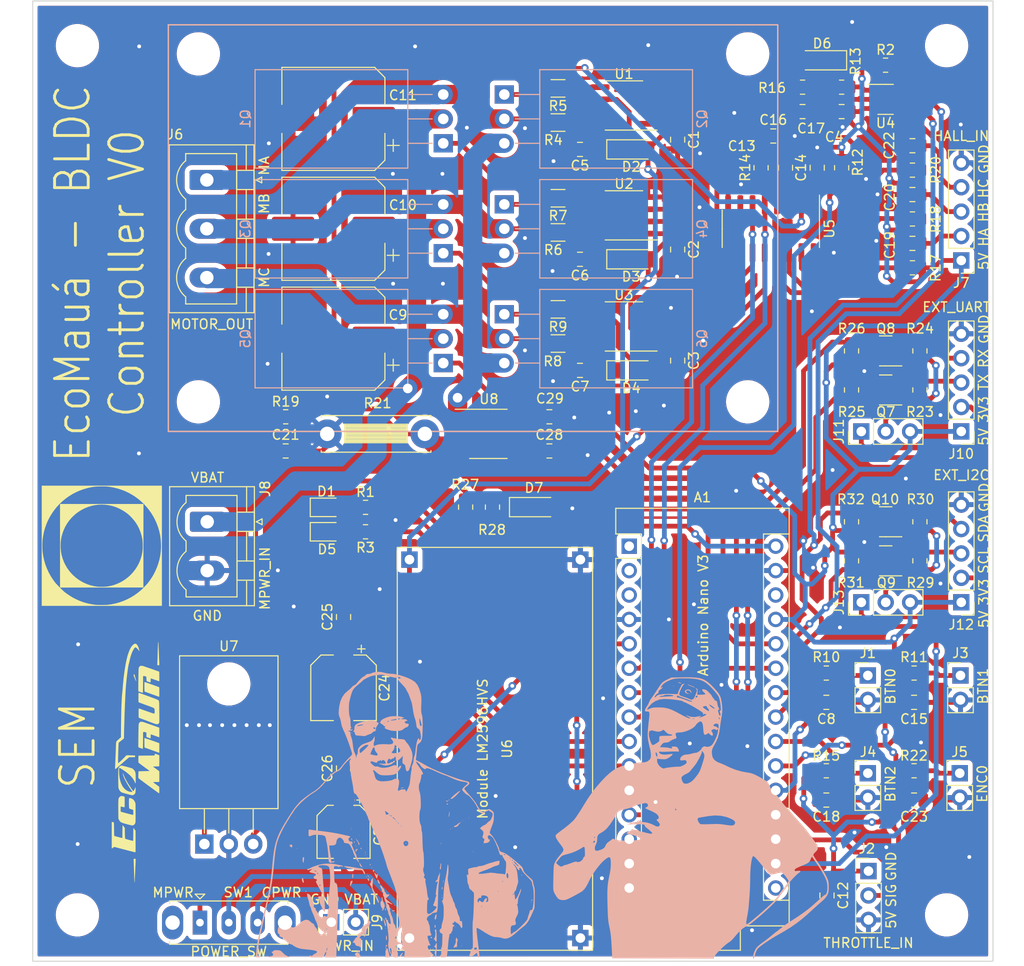
<source format=kicad_pcb>
(kicad_pcb (version 20211014) (generator pcbnew)
  (layers (0 "F.Cu" signal) (31 "B.Cu" signal) (34 "B.Paste" user) (35 "F.Paste" user) (36 "B.SilkS" user "B.Silkscreen") (37 "F.SilkS" user "F.Silkscreen") (38 "B.Mask" user) (39 "F.Mask" user) (44 "Edge.Cuts" user))
  (net 0 "")
  (net 4 "GND")
  (net 5 "ENC0")
  (net 6 "M")
  (net 7 "Z{slash}F")
  (net 8 "EL")
  (net 9 "LED0")
  (net 10 "LED1")
  (net 11 "UART_RX_5V")
  (net 12 "UART_TX_5V")
  (net 17 "+3V3")
  (net 19 "THROTTLE")
  (net 20 "BTN0")
  (net 21 "BTN1")
  (net 22 "BTN2")
  (net 23 "I2C_SDA_5V")
  (net 24 "I2C_SCL_5V")
  (net 25 "VIN_SENSE")
  (net 26 "IM_SENSE")
  (net 27 "+5V")
  (net 29 "+9V")
  (net 30 "+15V")
  (net 31 "Net-(C5-Pad1)")
  (net 32 "MA")
  (net 33 "Net-(C6-Pad1)")
  (net 34 "MB")
  (net 35 "Net-(C7-Pad1)")
  (net 36 "MC")
  (net 37 "MOTOR_VCC")
  (net 38 "VR")
  (net 39 "HA")
  (net 40 "HB")
  (net 41 "IS")
  (net 42 "HC")
  (net 43 "Net-(C28-Pad1)")
  (net 44 "Net-(D1-Pad2)")
  (net 45 "Net-(D5-Pad2)")
  (net 46 "CTRL_VCC")
  (net 47 "UART_TX_3V3")
  (net 48 "UART_RX_3V3")
  (net 49 "UART_LV")
  (net 50 "I2C_SCL_3V3")
  (net 51 "I2C_SDA_3V3")
  (net 52 "I2C_LV")
  (net 53 "Net-(Q1-Pad1)")
  (net 54 "Net-(Q2-Pad1)")
  (net 55 "IOUT_1")
  (net 56 "Net-(Q3-Pad1)")
  (net 57 "Net-(Q4-Pad1)")
  (net 58 "Net-(Q5-Pad1)")
  (net 59 "Net-(Q6-Pad1)")
  (net 60 "Net-(R2-Pad1)")
  (net 61 "Net-(R4-Pad1)")
  (net 62 "Net-(R5-Pad1)")
  (net 63 "Net-(R6-Pad1)")
  (net 64 "Net-(R7-Pad1)")
  (net 65 "Net-(R8-Pad1)")
  (net 66 "Net-(R9-Pad1)")
  (net 67 "CTRL_DAC")
  (net 68 "IOUT_2")
  (net 69 "VCC")
  (net 70 "AT")
  (net 71 "AB")
  (net 72 "BT")
  (net 73 "BB")
  (net 74 "CT")
  (net 75 "CB")
  (footprint "Package_SO:SOIC-8_3.9x4.9mm_P1.27mm" (layer "F.Cu") (at 158.1265 49.327 180)
    (fp_text reference "U1")
    (fp_text value "IR2101")
  )
  (footprint "Capacitor_SMD:C_0805_2012Metric" (layer "F.Cu") (at 188.138 58.593 180)
    (fp_text reference "C20")
    (fp_text value "10nF")
  )
  (footprint "Resistor_SMD:R_0805_2012Metric" (layer "F.Cu") (at 188.138 61.133)
    (fp_text reference "R18")
    (fp_text value "2.2kR")
  )
  (footprint "Resistor_SMD:R_0805_2012Metric" (layer "F.Cu") (at 179.182 108.372)
    (fp_text reference "R10")
    (fp_text value "10kR")
  )
  (footprint "Package_TO_SOT_SMD:SOT-23" (layer "F.Cu") (at 185.359 96.698 180)
    (fp_text reference "Q9")
    (fp_text value "BSS138")
  )
  (footprint "Resistor_SMD:R_1206_3216Metric" (layer "F.Cu") (at 151.2685 74.092 180)
    (fp_text reference "R8")
    (fp_text value "100R")
  )
  (footprint "Capacitor_SMD:C_0805_2012Metric" (layer "F.Cu") (at 153.5545 65.329 180)
    (fp_text reference "C6")
    (fp_text value "1uF")
  )
  (footprint "Capacitor_SMD:CP_Elec_6.3x7.7" (layer "F.Cu") (at 128.956 109.906 -90)
    (fp_text reference "C24")
    (fp_text value "100uF/35V")
  )
  (footprint "custom_lib:SS_Slide_1P2T_SS12F64" (layer "F.Cu") (at 114.018 134.3335)
    (fp_text reference "SW1")
    (fp_text value "POWER_SW")
  )
  (footprint "Connector_PinHeader_2.54mm:PinHeader_1x02_P2.54mm_Vertical" (layer "F.Cu") (at 183.5 108.626)
    (fp_text reference "J1")
    (fp_text value "BTN0")
  )
  (footprint "Capacitor_SMD:C_0805_2012Metric" (layer "F.Cu") (at 179.248 131.511 -90)
    (fp_text reference "C12")
    (fp_text value "100nF")
  )
  (footprint "Resistor_SMD:R_0805_2012Metric" (layer "F.Cu") (at 188.31 108.372)
    (fp_text reference "R11")
    (fp_text value "10kR")
  )
  (footprint "MountingHole:MountingHole_3.5mm" (layer "F.Cu") (at 113.8527 80.1536)
    (fp_text reference "MT4" hide)
    (fp_text value "MountingHole_3.5mm")
  )
  (footprint "Resistor_SMD:R_0805_2012Metric" (layer "F.Cu") (at 188.138 66.213)
    (fp_text reference "R17")
    (fp_text value "2.2kR")
  )
  (footprint "Package_SO:SOP-16_3.9x9.9mm_P1.27mm" (layer "F.Cu") (at 173.406 62.154 -90)
    (fp_text reference "U5")
    (fp_text value "JY01_HLLE")
  )
  (footprint "Connector_PinHeader_2.54mm:PinHeader_1x05_P2.54mm_Vertical" (layer "F.Cu") (at 193.218 65.451 180)
    (fp_text reference "J7")
    (fp_text value "HALL_IN")
  )
  (footprint "Capacitor_SMD:C_0805_2012Metric" (layer "F.Cu") (at 174.93 55.804 90)
    (fp_text reference "C13")
    (fp_text value "100nF")
  )
  (footprint "Module:Arduino_Nano" (layer "F.Cu") (at 158.674 95.174)
    (fp_text reference "A1")
    (fp_text value "Arduino_Nano_v3.x")
  )
  (footprint "MountingHole:MountingHole_3.5mm" (layer "F.Cu") (at 191.694 133.528)
    (fp_text reference "MT8" hide)
    (fp_text value "MountingHole_3.5mm")
  )
  (footprint "Resistor_SMD:R_0805_2012Metric" (layer "F.Cu") (at 131.2418 93.6752 180)
    (fp_text reference "R3")
    (fp_text value "1kR")
  )
  (footprint "Package_SO:SOIC-8_3.9x4.9mm_P1.27mm" (layer "F.Cu") (at 144.0198 83.49)
    (fp_text reference "U8")
    (fp_text value "ACS712xLCTR-20A")
  )
  (footprint "Resistor_SMD:R_0805_2012Metric" (layer "F.Cu") (at 185.344 45.136 180)
    (fp_text reference "R2")
    (fp_text value "10kR")
  )
  (footprint "Resistor_SMD:R_0805_2012Metric" (layer "F.Cu") (at 172.39 55.804 90)
    (fp_text reference "R14")
    (fp_text value "10kR")
  )
  (footprint "Capacitor_SMD:C_0805_2012Metric" (layer "F.Cu") (at 163.7145 64.313 -90)
    (fp_text reference "C2")
    (fp_text value "100nF")
  )
  (footprint "Resistor_SMD:R_1206_3216Metric" (layer "F.Cu") (at 151.2685 51.105 180)
    (fp_text reference "R4")
    (fp_text value "100R")
  )
  (footprint "Package_TO_SOT_SMD:SOT-23" (layer "F.Cu") (at 185.359 92.634 180)
    (fp_text reference "Q10")
    (fp_text value "BSS138")
  )
  (footprint "Package_TO_SOT_THT:TO-220-3_Horizontal_TabDown" (layer "F.Cu") (at 114.478 126.162)
    (fp_text reference "U7")
    (fp_text value "LM7809_TO220")
  )
  (footprint "MountingHole:MountingHole_3.5mm" (layer "F.Cu") (at 171.0027 43.9586)
    (fp_text reference "MT5" hide)
    (fp_text value "MountingHole_3.5mm")
  )
  (footprint "Capacitor_SMD:C_0805_2012Metric" (layer "F.Cu") (at 163.7145 75.87 -90)
    (fp_text reference "C3")
    (fp_text value "100nF")
  )
  (footprint "Resistor_SMD:R_0805_2012Metric" (layer "F.Cu") (at 188.31 118.537)
    (fp_text reference "R22")
    (fp_text value "10kR")
  )
  (footprint "Capacitor_SMD:C_0805_2012Metric" (layer "F.Cu") (at 178.232 55.804 90)
    (fp_text reference "C14")
    (fp_text value "100nF")
  )
  (footprint "Connector_PinHeader_2.54mm:PinHeader_1x05_P2.54mm_Vertical" (layer "F.Cu") (at 193.218 83.236 180)
    (fp_text reference "J10")
    (fp_text value "EXT_UART")
  )
  (footprint "Resistor_SMD:R_0805_2012Metric" (layer "F.Cu") (at 188.915 96.698 90)
    (fp_text reference "R29")
    (fp_text value "10kR")
  )
  (footprint "Resistor_SMD:R_0805_2012Metric" (layer "F.Cu") (at 188.915 74.859 90)
    (fp_text reference "R24")
    (fp_text value "10kR")
  )
  (footprint "Resistor_SMD:R_0805_2012Metric" (layer "F.Cu") (at 181.803 92.634 90)
    (fp_text reference "R32")
    (fp_text value "10kR")
  )
  (footprint "Capacitor_SMD:CP_Elec_10x10.5" (layer "F.Cu") (at 127.9005 73.584 180)
    (fp_text reference "C9")
    (fp_text value "220uF/50V")
  )
  (footprint "Resistor_SMD:R_1206_3216Metric" (layer "F.Cu") (at 151.2685 47.549 180)
    (fp_text reference "R5")
    (fp_text value "100R")
  )
  (footprint "MountingHole:MountingHole_3.5mm" (layer "F.Cu") (at 113.8527 43.9586)
    (fp_text reference "MT3" hide)
    (fp_text value "MountingHole_3.5mm")
  )
  (footprint "LOGO" (layer "F.Cu") (at 107.315 117.6528 90)
    (fp_text reference "G***" hide)
    (fp_text value "LOGO" hide)
  )
  (footprint "Diode_SMD:D_MiniMELF" (layer "F.Cu") (at 178.74 44.628 180)
    (fp_text reference "D6")
    (fp_text value "1N4148")
  )
  (footprint "MountingHole:MountingHole_3.5mm" (layer "F.Cu") (at 191.694 43.104)
    (fp_text reference "MT7" hide)
    (fp_text value "MountingHole_3.5mm")
  )
  (footprint "Package_SO:SOIC-8_3.9x4.9mm_P1.27mm" (layer "F.Cu") (at 158.1265 60.757 180)
    (fp_text reference "U2")
    (fp_text value "IR2101")
  )
  (footprint "Resistor_SMD:R_0805_2012Metric" (layer "F.Cu") (at 131.2418 91.1352 180)
    (fp_text reference "R1")
    (fp_text value "1kR")
  )
  (footprint "Diode_SMD:D_MiniMELF" (layer "F.Cu") (at 158.8885 76.886)
    (fp_text reference "D4")
    (fp_text value "1N4148")
  )
  (footprint "Resistor_SMD:R_0805_2012Metric" (layer "F.Cu") (at 122.9378 81.712 180)
    (fp_text reference "R19")
    (fp_text value "10kR")
  )
  (footprint "Resistor_SMD:R_0805_2012Metric" (layer "F.Cu") (at 144.45 91.11 90)
    (fp_text reference "R28")
    (fp_text value "2.2kR")
  )
  (footprint "Capacitor_SMD:C_0805_2012Metric" (layer "F.Cu") (at 153.5545 76.886 180)
    (fp_text reference "C7")
    (fp_text value "1uF")
  )
  (footprint "Connector_PinHeader_2.54mm:PinHeader_1x02_P2.54mm_Vertical" (layer "F.Cu") (at 183.5 118.791)
    (fp_text reference "J4")
    (fp_text value "BTN2")
  )
  (footprint "Capacitor_SMD:C_0805_2012Metric" (layer "F.Cu") (at 163.7145 52.883 -90)
    (fp_text reference "C1")
    (fp_text value "100nF")
  )
  (footprint "MountingHole:MountingHole_3.5mm" (layer "F.Cu") (at 101.27 43.104)
    (fp_text reference "MT1" hide)
    (fp_text value "MountingHole_3.5mm")
  )
  (footprint "Resistor_SMD:R_0805_2012Metric" (layer "F.Cu") (at 176.708 47.422 180)
    (fp_text reference "R16")
    (fp_text value "100kR")
  )
  (footprint "Capacitor_SMD:C_0805_2012Metric" (layer "F.Cu") (at 150.3698 81.712)
    (fp_text reference "C29")
    (fp_text value "100nF")
  )
  (footprint "Capacitor_SMD:C_0805_2012Metric" (layer "F.Cu") (at 179.182 121.585)
    (fp_text reference "C18")
    (fp_text value "100nF")
  )
  (footprint "Capacitor_SMD:C_0805_2012Metric" (layer "F.Cu") (at 173.66 52.502)
    (fp_text reference "C16")
    (fp_text value "100nF")
  )
  (footprint "custom_lib:LM2596HVS_Module_PDIP" (layer "F.Cu") (at 144.704 116.256 90)
    (fp_text reference "U6")
    (fp_text value "LM2596HVS_Module")
  )
  (footprint "Capacitor_SMD:C_0805_2012Metric" (layer "F.Cu") (at 179.182 111.42)
    (fp_text reference "C8")
    (fp_text value "100nF")
  )
  (footprint "MountingHole:MountingHole_3.5mm" (layer "F.Cu") (at 101.27 133.528)
    (fp_text reference "MT2" hide)
    (fp_text value "MountingHole_3.5mm")
  )
  (footprint "Capacitor_SMD:CP_Elec_5x5.4" (layer "F.Cu") (at 128.956 124.892 -90)
    (fp_text reference "C27")
    (fp_text value "47uF/16V")
  )
  (footprint "Resistor_SMD:R_0805_2012Metric" (layer "F.Cu") (at 141.656 91.11 90)
    (fp_text reference "R27")
    (fp_text value "18kR")
  )
  (footprint "Connector_Phoenix_MSTB:PhoenixContact_MSTBVA_2,5_2-G-5,08_1x02_P5.08mm_Vertical" (layer "F.Cu") (at 114.7715 92.634 -90)
    (fp_text reference "J8")
    (fp_text value "MPWR_IN")
  )
  (footprint "Package_TO_SOT_SMD:SOT-23-6" (layer "F.Cu") (at 185.344 48.692)
    (fp_text reference "U4")
    (fp_text value "MCP4725xxx-xCH")
  )
  (footprint "Package_TO_SOT_SMD:SOT-23" (layer "F.Cu") (at 185.359 78.923 180)
    (fp_text reference "Q7")
    (fp_text value "BSS138")
  )
  (footprint "Resistor_SMD:R_1206_3216Metric" (layer "F.Cu") (at 151.2685 62.535 180)
    (fp_text reference "R6")
    (fp_text value "100R")
  )
  (footprint "Capacitor_SMD:C_0805_2012Metric" (layer "F.Cu") (at 128.956 118.288 90)
    (fp_text reference "C26")
    (fp_text value "100nF")
  )
  (footprint "custom_lib:R_Bare_Metal_Element_L11.4mm_W3.8mm_P10.2mm" (layer "F.Cu") (at 127.2558 83.49)
    (fp_text reference "R21")
    (fp_text value "R022")
  )
  (footprint "MountingHole:MountingHole_3.5mm" (layer "F.Cu") (at 171.0027 80.1536)
    (fp_text reference "MT6" hide)
    (fp_text value "MountingHole_3.5mm")
  )
  (footprint "Capacitor_SMD:CP_Elec_10x10.5" (layer "F.Cu") (at 127.9005 50.724 180)
    (fp_text reference "C11")
    (fp_text value "220uF/50V")
  )
  (footprint "Resistor_SMD:R_0805_2012Metric" (layer "F.Cu") (at 180.772 47.422)
    (fp_text reference "R13")
    (fp_text value "10kR")
  )
  (footprint "Resistor_SMD:R_0805_2012Metric" (layer "F.Cu") (at 188.915 78.923 90)
    (fp_text reference "R23")
    (fp_text value "10kR")
  )
  (footprint "Connector_PinHeader_2.54mm:PinHeader_1x03_P2.54mm_Vertical" (layer "F.Cu") (at 183.566 128.971)
    (fp_text reference "J2")
    (fp_text value "THROTTLE_IN")
  )
  (footprint "Resistor_SMD:R_0805_2012Metric" (layer "F.Cu") (at 181.803 96.698 -90)
    (fp_text reference "R31")
    (fp_text value "10kR")
  )
  (footprint "Resistor_SMD:R_0805_2012Metric" (layer "F.Cu") (at 181.803 78.923 -90)
    (fp_text reference "R25")
    (fp_text value "10kR")
  )
  (footprint "Connector_PinHeader_2.54mm:PinHeader_1x05_P2.54mm_Vertical" (layer "F.Cu") (at 193.218 101.011 180)
    (fp_text reference "J12")
    (fp_text value "EXT_I2C")
  )
  (footprint "Resistor_SMD:R_0805_2012Metric" (layer "F.Cu") (at 188.915 92.634 90)
    (fp_text reference "R30")
    (fp_text value "10kR")
  )
  (footprint "Connector_PinHeader_2.54mm:PinHeader_1x03_P2.54mm_Vertical" (layer "F.Cu") (at 182.819 83.241 90)
    (fp_text reference "J11")
    (fp_text value "UART_LV_JMP")
  )
  (footprint "Package_TO_SOT_SMD:SOT-23" (layer "F.Cu") (at 185.359 74.859 180)
    (fp_text reference "Q8")
    (fp_text value "BSS138")
  )
  (footprint "Diode_SMD:D_MiniMELF" (layer "F.Cu") (at 158.8885 53.899)
    (fp_text reference "D2")
    (fp_text value "1N4148")
  )
  (footprint "Resistor_SMD:R_1206_3216Metric" (layer "F.Cu") (at 151.2685 70.536 180)
    (fp_text reference "R9")
    (fp_text value "100R")
  )
  (footprint "Capacitor_SMD:C_0805_2012Metric" (layer "F.Cu") (at 188.31 111.42)
    (fp_text reference "C15")
    (fp_text value "100nF")
  )
  (footprint "Connector_PinHeader_2.54mm:PinHeader_1x03_P2.54mm_Vertical" (layer "F.Cu") (at 182.819 101.016 90)
    (fp_text reference "J13")
    (fp_text value "I2C_LV_JMP")
  )
  (footprint "Package_SO:SOIC-8_3.9x4.9mm_P1.27mm" (layer "F.Cu") (at 158.1265 72.314 180)
    (fp_text reference "U3")
    (fp_text value "IR2101")
  )
  (footprint "Connector_PinHeader_2.54mm:PinHeader_1x02_P2.54mm_Vertical" (layer "F.Cu") (at 193.06 118.791)
    (fp_text reference "J5")
    (fp_text value "ENC0")
  )
  (footprint "Capacitor_SMD:C_0805_2012Metric" (layer "F.Cu") (at 188.138 53.513 180)
    (fp_text reference "C22")
    (fp_text value "10nF")
  )
  (footprint "Resistor_SMD:R_1206_3216Metric" (layer "F.Cu") (at 151.2685 58.979 180)
    (fp_text reference "R7")
    (fp_text value "100R")
  )
  (footprint "Connector_PinHeader_2.54mm:PinHeader_1x02_P2.54mm_Vertical" (layer "F.Cu") (at 127.681 134.29 90)
    (fp_text reference "J9")
    (fp_text value "CPWR_IN")
  )
  (footprint "LED_SMD:LED_0805_2012Metric" (layer "F.Cu") (at 127.1778 93.6752)
    (fp_text reference "D5")
    (fp_text value "RED LED")
  )
  (footprint "Capacitor_SMD:C_0805_2012Metric" (layer "F.Cu") (at 176.708 49.962 180)
    (fp_text reference "C17")
    (fp_text value "1uF")
  )
  (footprint "Capacitor_SMD:C_0805_2012Metric" (layer "F.Cu") (at 122.9378 85.268)
    (fp_text reference "C21")
    (fp_text value "470nF")
  )
  (footprint "Resistor_SMD:R_0805_2012Metric" (layer "F.Cu") (at 180.772 55.804 90)
    (fp_text reference "R12")
    (fp_text value "4.7kR")
  )
  (footprint "Capacitor_SMD:C_0805_2012Metric" (layer "F.Cu") (at 180.772 49.962 180)
    (fp_text reference "C4")
    (fp_text value "100nF")
  )
  (footprint "Capacitor_SMD:CP_Elec_10x10.5" (layer "F.Cu") (at 127.9005 62.154 180)
    (fp_text reference "C10")
    (fp_text value "220uF/50V")
  )
  (footprint "Capacitor_SMD:C_0805_2012Metric" (layer "F.Cu") (at 153.5545 53.899 180)
    (fp_text reference "C5")
    (fp_text value "1uF")
  )
  (footprint "Diode_SMD:D_MiniMELF" (layer "F.Cu") (at 158.8885 65.329)
    (fp_text reference "D3")
    (fp_text value "1N4148")
  )
  (footprint "Resistor_SMD:R_0805_2012Metric" (layer "F.Cu") (at 181.803 74.859 90)
    (fp_text reference "R26")
    (fp_text value "10kR")
  )
  (footprint "Capacitor_SMD:C_0805_2012Metric" (layer "F.Cu") (at 128.956 102.54 90)
    (fp_text reference "C25")
    (fp_text value "100nF")
  )
  (footprint "Capacitor_SMD:C_0805_2012Metric" (layer "F.Cu") (at 188.138 63.673 180)
    (fp_text reference "C19")
    (fp_text value "10nF")
  )
  (footprint "Resistor_SMD:R_0805_2012Metric" (layer "F.Cu") (at 188.138 56.053)
    (fp_text reference "R20")
    (fp_text value "2.2kR")
  )
  (footprint "Resistor_SMD:R_0805_2012Metric" (layer "F.Cu") (at 179.182 118.537)
    (fp_text reference "R15")
    (fp_text value "10kR")
  )
  (footprint "Diode_SMD:D_MiniMELF" (layer "F.Cu") (at 148.768 91.11)
    (fp_text reference "D7")
    (fp_text value "1N5231")
  )
  (footprint "LED_SMD:LED_0805_2012Metric" (layer "F.Cu") (at 127.1778 91.1352)
    (fp_text reference "D1")
    (fp_text value "GREEN LED")
  )
  (footprint "Connector_Phoenix_MSTB:PhoenixContact_MSTBVA_2,5_3-G-5,08_1x03_P5.08mm_Vertical" (layer "F.Cu") (at 114.732 57.074 -90)
    (fp_text reference "J6")
    (fp_text value "MOTOR_OUT")
  )
  (footprint "Connector_PinHeader_2.54mm:PinHeader_1x02_P2.54mm_Vertical" (layer "F.Cu") (at 193.136 108.626)
    (fp_text reference "J3")
    (fp_text value "BTN1")
  )
  (footprint "Capacitor_SMD:C_0805_2012Metric" (layer "F.Cu") (at 188.31 121.585)
    (fp_text reference "C23")
    (fp_text value "100nF")
  )
  (footprint "Capacitor_SMD:C_0805_2012Metric" (layer "F.Cu") (at 150.3698 85.268)
    (fp_text reference "C28")
    (fp_text value "10nF")
  )
  (footprint "LOGO" (layer "F.Cu") (at 103.8 95.123)
    (fp_text reference "G***" hide)
    (fp_text value "LOGO" hide)
  )
  (footprint "custom_lib:TO-220-3_Horizontal_TabUp_NoHole_F" (layer "B.Cu") (at 145.6805 53.264 90)
    (fp_text reference "Q2")
    (fp_text value "NCE6990")
  )
  (footprint "custom_lib:TO-220-3_Horizontal_TabUp_NoHole_F" (layer "B.Cu") (at 145.6805 76.124 90)
    (fp_text reference "Q6")
    (fp_text value "NCE6990")
  )
  (footprint "custom_lib:TO-220-3_Horizontal_TabUp_NoHole_F" (layer "B.Cu") (at 139.3305 48.184 -90)
    (fp_text reference "Q1")
    (fp_text value "NCE6990")
  )
  (footprint "custom_lib:TO-220-3_Horizontal_TabUp_NoHole_F" (layer "B.Cu") (at 139.3305 59.614 -90)
    (fp_text reference "Q3")
    (fp_text value "NCE6990")
  )
  (footprint "custom_lib:TO-220-3_Horizontal_TabUp_NoHole_F" (layer "B.Cu") (at 145.6805 64.694 90)
    (fp_text reference "Q4")
    (fp_text value "NCE6990")
  )
  (footprint "custom_lib:TO-220-3_Horizontal_TabUp_NoHole_F" (layer "B.Cu") (at 139.3305 71.044 -90)
    (fp_text reference "Q5")
    (fp_text value "NCE6990")
  )
  (footprint "LOGO" (layer "B.Cu") (at 134.366 122.936 180)
    (fp_text reference "G***" hide)
    (fp_text value "LOGO" hide)
  )
  (footprint "LOGO" (layer "B.Cu") (at 165.093829 123.059595 180)
    (fp_text reference "G***" hide)
    (fp_text value "LOGO" hide)
  )
  (gr_rect (start 110.7285 40.936) (end 174.1285 83.236) (layer "B.SilkS") (width 0.15) (fill none))
  (gr_rect (start 96.62 38.454) (end 196.52 138.354) (layer "Edge.Cuts") (width 0.1) (fill none))
  (gr_text "3V3" (at 195.5546 80.9498 90) (layer "F.SilkS") (effects (font (size 1 1))))
  (gr_text "GND" (at 195.58 54.8894 90) (layer "F.SilkS") (effects (font (size 1 1))))
  (gr_text "HALL_IN" (at 193.2178 52.5018) (layer "F.SilkS") (effects (font (size 1 1))))
  (gr_text "RX" (at 195.5292 75.6412 90) (layer "F.SilkS") (effects (font (size 1 1))))
  (gr_text "GND" (at 185.928 128.4732 90) (layer "F.SilkS") (effects (font (size 1 1))))
  (gr_text "MOTOR_OUT" (at 115.2398 72.0852) (layer "F.SilkS") (effects (font (size 1 1))))
  (gr_text "5V" (at 185.928 134.0612 90) (layer "F.SilkS") (effects (font (size 1 1))))
  (gr_text "CPWR_IN" (at 128.905 136.7536) (layer "F.SilkS") (effects (font (size 1 1))))
  (gr_text "GND" (at 127.0254 131.9276) (layer "F.SilkS") (effects (font (size 1 1))))
  (gr_text "BTN2" (at 185.8518 119.9134 90) (layer "F.SilkS") (effects (font (size 1 1))))
  (gr_text "ENC0" (at 195.4022 119.888 90) (layer "F.SilkS") (effects (font (size 1 1))))
  (gr_text "EcoMauá - BLDC\nController V0" (at 103.6066 66.802 90) (layer "F.SilkS") (effects (font (size 3.5 3) (thickness 0.3))))
  (gr_text "EXT_UART" (at 192.7098 70.3072) (layer "F.SilkS") (effects (font (size 1 1))))
  (gr_text "5V" (at 195.5546 65.532 90) (layer "F.SilkS") (effects (font (size 1 1))))
  (gr_text "VBAT" (at 130.7846 131.9276) (layer "F.SilkS") (effects (font (size 1 1))))
  (gr_text "3V3" (at 195.58 99.949 90) (layer "F.SilkS") (effects (font (size 1 1))))
  (gr_text "MB" (at 120.7008 59.5376 90) (layer "F.SilkS") (effects (font (size 1 1))))
  (gr_text "MPWR" (at 111.2266 131.2164) (layer "F.SilkS") (effects (font (size 1 1))))
  (gr_text "EXT_I2C" (at 193.2178 87.7824) (layer "F.SilkS") (effects (font (size 1 1))))
  (gr_text "POWER_SW" (at 117.0178 137.3632) (layer "F.SilkS") (effects (font (size 1 1))))
  (gr_text "GND" (at 195.6054 90.0938 90) (layer "F.SilkS") (effects (font (size 1 1))))
  (gr_text "VBAT" (at 114.808 88.0364) (layer "F.SilkS") (effects (font (size 1 1))))
  (gr_text "THROTTLE_IN" (at 183.5658 136.4488) (layer "F.SilkS") (effects (font (size 1 1))))
  (gr_text "BTN0" (at 185.8518 109.7534 90) (layer "F.SilkS") (effects (font (size 1 1))))
  (gr_text "TX" (at 195.5292 78.1304 90) (layer "F.SilkS") (effects (font (size 1 1))))
  (gr_text "SCL" (at 195.5546 96.647 90) (layer "F.SilkS") (effects (font (size 1 1))))
  (gr_text "HB" (at 195.5292 60.4266 90) (layer "F.SilkS") (effects (font (size 1 1))))
  (gr_text "HC" (at 195.5292 57.9374 90) (layer "F.SilkS") (effects (font (size 1 1))))
  (gr_text "Arduino Nano V3" (at 166.37 102.362 90) (layer "F.SilkS") (effects (font (size 1 1))))
  (gr_text "HA" (at 195.5546 63.0428 90) (layer "F.SilkS") (effects (font (size 1 1))))
  (gr_text "CPWR" (at 122.5042 131.2164) (layer "F.SilkS") (effects (font (size 1 1))))
  (gr_text "GND" (at 195.58 72.5932 90) (layer "F.SilkS") (effects (font (size 1 1))))
  (gr_text "MC" (at 120.7008 67.2084 90) (layer "F.SilkS") (effects (font (size 1 1))))
  (gr_text "5V" (at 195.5546 83.7946 90) (layer "F.SilkS") (effects (font (size 1 1))))
  (gr_text "MA" (at 120.7008 55.6006 90) (layer "F.SilkS") (effects (font (size 1 1))))
  (gr_text "SEM" (at 101.2952 115.9002 90) (layer "F.SilkS") (effects (font (size 3.5 3) (thickness 0.3))))
  (gr_text "MPWR_IN" (at 120.777 98.5266 90) (layer "F.SilkS") (effects (font (size 1 1))))
  (gr_text "SIG" (at 185.928 131.5212 90) (layer "F.SilkS") (effects (font (size 1 1))))
  (gr_text "5V" (at 195.58 102.7684 90) (layer "F.SilkS") (effects (font (size 1 1))))
  (gr_text "SDA" (at 195.5546 93.3704 90) (layer "F.SilkS") (effects (font (size 1 1))))
  (gr_text "GND" (at 114.7826 102.4128) (layer "F.SilkS") (effects (font (size 1 1))))
  (gr_text "BTN1" (at 195.4784 109.728 90) (layer "F.SilkS") (effects (font (size 1 1))))
  (segment (start 152.0698 88.9762) (end 152.7556 89.662) (width 0.5) (layer "F.Cu") (net 4))
  (segment (start 143.1794 129.2098) (end 149.9106 135.941) (width 0.5) (layer "F.Cu") (net 4))
  (segment (start 189.0268 114.8334) (end 189.992 113.8682) (width 0.5) (layer "F.Cu") (net 4))
  (segment (start 152.9082 85.268) (end 151.3198 85.268) (width 0.5) (layer "F.Cu") (net 4))
  (segment (start 117.018 128.1686) (end 117.018 126.162) (width 0.5) (layer "F.Cu") (net 4))
  (segment (start 123.7005 73.584) (end 111.303 73.584) (width 0.5) (layer "F.Cu") (net 4))
  (segment (start 152.0698 87.2236) (end 152.0698 88.9762) (width 0.5) (layer "F.Cu") (net 4))
  (segment (start 195.0006 121.331) (end 195.3768 120.9548) (width 0.5) (layer "F.Cu") (net 4))
  (segment (start 128.956 101.59) (end 128.956 100.0254) (width 0.5) (layer "F.Cu") (net 4))
  (segment (start 179.248 133.4518) (end 179.8472 134.051) (width 0.5) (layer "F.Cu") (net 4))
  (segment (start 165.4048 101.219) (end 163.83 102.7938) (width 0.5) (layer "F.Cu") (net 4))
  (segment (start 124.8156 86.8426) (end 111.4806 86.8426) (width 0.5) (layer "F.Cu") (net 4))
  (segment (start 193.218 55.291) (end 193.218 53.7466) (width 0.5) (layer "F.Cu") (net 4))
  (segment (start 160.6015 47.422) (end 166.929 47.422) (width 0.5) (layer "F.Cu") (net 4))
  (segment (start 124.6632 91.821) (end 124.6632 93.0148) (width 0.5) (layer "F.Cu") (net 4))
  (segment (start 163.7145 76.82) (end 163.7145 79.1095) (width 0.5) (layer "F.Cu") (net 4))
  (segment (start 192.7098 113.8682) (end 189.992 113.8682) (width 0.5) (layer "F.Cu") (net 4))
  (segment (start 160.6015 70.409) (end 162.9916 70.409) (width 0.5) (layer "F.Cu") (net 4))
  (segment (start 166.0398 54.3052) (end 165.5676 53.833) (width 0.5) (layer "F.Cu") (net 4))
  (segment (start 174.61 53.6044) (end 174.61 52.502) (width 0.5) (layer "F.Cu") (net 4))
  (segment (start 184.2065 48.692) (end 185.3186 48.692) (width 0.5) (layer "F.Cu") (net 4))
  (segment (start 152.6288 91.11) (end 152.7556 91.2368) (width 0.5) (layer "F.Cu") (net 4))
  (segment (start 175.758 49.962) (end 174.9296 49.962) (width 0.5) (layer "F.Cu") (net 4))
  (segment (start 174.61 50.0992) (end 174.61 50.2816) (width 0.5) (layer "F.Cu") (net 4))
  (segment (start 175.311 59.654) (end 175.311 58.2928) (width 0.5) (layer "F.Cu") (net 4))
  (segment (start 148.2852 137.5664) (end 149.9106 135.941) (width 0.5) (layer "F.Cu") (net 4))
  (segment (start 127.681 134.29) (end 127.681 136.063) (width 0.5) (layer "F.Cu") (net 4))
  (segment (start 185.319 47.143) (end 185.319 48.6924) (width 0.5) (layer "F.Cu") (net 4))
  (segment (start 165.1254 75.9968) (end 166.37 74.7522) (width 0.5) (layer "F.Cu") (net 4))
  (segment (start 169.6062 50.0992) (end 174.61 50.0992) (width 0.5) (layer "F.Cu") (net 4))
  (segment (start 143.1794 129.2098) (end 143.1794 116.3316) (width 0.5) (layer "F.Cu") (net 4))
  (segment (start 175.8948 52.502) (end 174.61 52.502) (width 0.5) (layer "F.Cu") (net 4))
  (segment (start 195.3768 120.9548) (end 195.3768 116.5352) (width 0.5) (layer "F.Cu") (net 4))
  (segment (start 119.1514 56.896) (end 119.1514 52.4256) (width 0.5) (layer "F.Cu") (net 4))
  (segment (start 125.349 91.1352) (end 124.6632 91.821) (width 0.5) (layer "F.Cu") (net 4))
  (segment (start 119.1514 52.4256) (end 120.853 50.724) (width 0.5) (layer "F.Cu") (net 4))
  (segment (start 184.2065 48.692) (end 184.2063 48.6918) (width 0.5) (layer "F.Cu") (net 4))
  (segment (start 184.4315 45.136) (end 184.4315 46.2555) (width 0.5) (layer "F.Cu") (net 4))
  (segment (start 174.61 50.2816) (end 174.61 52.502) (width 0.5) (layer "F.Cu") (net 4))
  (segment (start 180.8734 51.562) (end 180.6702 51.562) (width 0.5) (layer "F.Cu") (net 4))
  (segment (start 174.61 47.767) (end 174.61 50.0992) (width 0.5) (layer "F.Cu") (net 4))
  (segment (start 147.5996 85.395) (end 148.1328 85.9282) (width 0.5) (layer "F.Cu") (net 4))
  (segment (start 179.8472 134.051) (end 180.2282 134.051) (width 0.5) (layer "F.Cu") (net 4))
  (segment (start 174.93 54.854) (end 174.93 53.9244) (width 0.5) (layer "F.Cu") (net 4))
  (segment (start 165.354 101.2698) (end 165.354 106.68) (width 0.5) (layer "F.Cu") (net 4))
  (segment (start 162.9916 70.409) (end 163.0172 70.3834) (width 0.5) (layer "F.Cu") (net 4))
  (segment (start 178.232 53.6953) (end 178.232 54.854) (width 0.5) (layer "F.Cu") (net 4))
  (segment (start 144.45 94.2596) (end 146.7614 96.571) (width 0.5) (layer "F.Cu") (net 4))
  (segment (start 165.4048 101.219) (end 165.354 101.2698) (width 0.5) (layer "F.Cu") (net 4))
  (segment (start 148.4884 87.2236) (end 152.0698 87.2236) (width 0.5) (layer "F.Cu") (net 4))
  (segment (start 151.3198 81.712) (end 152.8828 81.712) (width 0.5) (layer "F.Cu") (net 4))
  (segment (start 144.45 92.0225) (end 144.45 94.2596) (width 0.5) (layer "F.Cu") (net 4))
  (segment (start 163.7145 79.1095) (end 162.2806 80.5434) (width 0.5) (layer "F.Cu") (net 4))
  (segment (start 170.9674 115.9764) (end 171.4246 116.4336) (width 0.5) (layer "F.Cu") (net 4))
  (segment (start 180.132 121.585) (end 183.246 121.585) (width 0.5) (layer "F.Cu") (net 4))
  (segment (start 176.8744 56.7294) (end 176.8744 55.307) (width 0.5) (layer "F.Cu") (net 4))
  (segment (start 189.992 113.8682) (end 191.1194 112.7408) (width 0.5) (layer "F.Cu") (net 4))
  (segment (start 175.7955 47.422) (end 174.955 47.422) (width 0.5) (layer "F.Cu") (net 4))
  (segment (start 111.1758 64.516) (end 111.1758 60.9854) (width 0.5) (layer "F.Cu") (net 4))
  (segment (start 180.2282 134.051) (end 183.566 134.051) (width 0.5) (layer "F.Cu") (net 4))
  (segment (start 149.9106 135.941) (end 153.594 135.941) (width 0.5) (layer "F.Cu") (net 4))
  (segment (start 193.218 53.7466) (end 191.9732 52.5018) (width 0.5) (layer "F.Cu") (net 4))
  (segment (start 129.1844 137.5664) (end 148.2852 137.5664) (width 0.5) (layer "F.Cu") (net 4))
  (segment (start 184.5056 58.5724) (end 184.5262 58.593) (width 0.5) (layer "F.Cu") (net 4))
  (segment (start 153.8986 86.1568) (end 154.352012 85.703388) (width 0.5) (layer "F.Cu") (net 4))
  (segment (start 126.7204 85.268) (end 127.2558 84.7326) (width 0.5) (layer "F.Cu") (net 4))
  (segment (start 165.354 106.68) (end 168.275 109.601) (width 0.5) (layer "F.Cu") (net 4))
  (segment (start 116.332 59.7154) (end 119.1514 56.896) (width 0.5) (layer "F.Cu") (net 4))
  (segment (start 177.3274 54.854) (end 178.232 54.854) (width 0.5) (layer "F.Cu") (net 4))
  (segment (start 178.2318 53.6951) (end 178.232 53.6953) (width 0.5) (layer "F.Cu") (net 4))
  (segment (start 179.822 49.159) (end 179.822 49.962) (width 0.5) (layer "F.Cu") (net 4))
  (segment (start 179.822 50.7138) (end 179.822 49.962) (width 0.5) (layer "F.Cu") (net 4))
  (segment (start 164.9224 58.852) (end 165.989 59.9186) (width 0.5) (layer "F.Cu") (net 4))
  (segment (start 148.1328 86.868) (end 148.4884 87.2236) (width 0.5) (layer "F.Cu") (net 4))
  (segment (start 185.319 51.3582) (end 185.319 53.0358) (width 0.5) (layer "F.Cu") (net 4))
  (segment (start 163.83 102.7938) (end 162.7999 102.7938) (width 0.5) (layer "F.Cu") (net 4))
  (segment (start 163.7145 76.82) (end 164.3022 76.82) (width 0.5) (layer "F.Cu") (net 4))
  (segment (start 152.0698 87.2236) (end 153.1366 86.1568) (width 0.5) (layer "F.Cu") (net 4))
  (segment (start 146.7614 96.571) (end 153.594 96.571) (width 0.5) (layer "F.Cu") (net 4))
  (segment (start 134.239 129.2098) (end 143.1794 129.2098) (width 0.5) (layer "F.Cu") (net 4))
  (segment (start 126.2403 91.1352) (end 125.349 91.1352) (width 0.5) (layer "F.Cu") (net 4))
  (segment (start 191.9732 52.5018) (end 190.1444 52.5018) (width 0.5) (layer "F.Cu") (net 4))
  (segment (start 164.3022 76.82) (end 165.1254 75.9968) (width 0.5) (layer "F.Cu") (net 4))
  (segment (start 129.1082 115.6716) (end 128.956 115.5194) (width 0.5) (layer "F.Cu") (net 4))
  (segment (start 128.956 128.829) (end 129.3622 129.2352) (width 0.5) (layer "F.Cu") (net 4))
  (segment (start 185.7296 53.513) (end 185.319 53.9236) (width 0.5) (layer "F.Cu") (net 4))
  (segment (start 183.246 121.585) (end 183.5 121.331) (width 0.5) (layer "F.Cu") (net 4))
  (segment (start 128.956 100.0254) (end 126.2403 97.3097) (width 0.5) (layer "F.Cu") (net 4))
  (segment (start 134.2136 129.2352) (end 134.239 129.2098) (width 0.5) (layer "F.Cu") (net 4))
  (segment (start 111.303 73.584) (end 111.1758 73.4568) (width 0.5) (layer "F.Cu") (net 4))
  (segment (start 185.319 53.9236) (end 185.319 52.8834) (width 0.5) (layer "F.Cu") (net 4))
  (segment (start 163.7145 57.4433) (end 163.7145 53.833) (width 0.5) (layer "F.Cu") (net 4))
  (segment (start 111.4806 86.8426) (end 108.2802 83.6422) (width 0.5) (layer "F.Cu") (net 4))
  (segment (start 125.8616 97.6884) (end 122.1232 97.6884) (width 0.5) (layer "F.Cu") (net 4))
  (segment (start 163.7145 67.0699) (end 163.6522 67.1322) (width 0.5) (layer "F.Cu") (net 4))
  (segment (start 124.6632 93.0148) (end 125.3236 93.6752) (width 0.5) (layer "F.Cu") (net 4))
  (segment (start 174.955 47.422) (end 174.61 47.767) (width 0.5) (layer "F.Cu") (net 4))
  (segment (start 165.5676 53.833) (end 163.7145 53.833) (width 0.5) (layer "F.Cu") (net 4))
  (segment (start 125.7302 85.268) (end 125.7302 85.928) (width 0.5) (layer "F.Cu") (net 4))
  (segment (start 117.9068 64.516) (end 111.1758 64.516) (width 0.5) (layer "F.Cu") (net 4))
  (segment (start 156.7434 81.1276) (end 156.591 81.28) (width 0.5) (layer "F.Cu") (net 4))
  (segment (start 125.7302 85.268) (end 123.8878 85.268) (width 0.5) (layer "F.Cu") (net 4))
  (segment (start 185.3186 48.692) (end 185.319 48.6924) (width 0.5) (layer "F.Cu") (net 4))
  (segment (start 125.3236 93.6752) (end 126.2403 93.6752) (width 0.5) (layer "F.Cu") (net 4))
  (segment (start 184.5262 58.593) (end 187.188 58.593) (width 0.5) (layer "F.Cu") (net 4))
  (segment (start 127.2558 84.7326) (end 127.2558 83.49) (width 0.5) (layer "F.Cu") (net 4))
  (segment (start 189.0008 51.3582) (end 185.319 51.3582) (width 0.5) (layer "F.Cu") (net 4))
  (segment (start 108.2802 83.6422) (end 108.2802 76.3524) (width 0.5) (layer "F.Cu") (net 4))
  (segment (start 187.188 53.513) (end 185.7296 53.513) (width 0.5) (layer "F.Cu") (net 4))
  (segment (start 148.1328 85.9282) (end 148.1328 86.868) (width 0.5) (layer "F.Cu") (net 4))
  (segment (start 163.7145 65.263) (end 163.7145 67.0699) (width 0.5) (layer "F.Cu") (net 4))
  (segment (start 132.715 99.6442) (end 129.3372 99.6442) (width 0.5) (layer "F.Cu") (net 4))
  (segment (start 179.248 132.461) (end 179.248 133.4518) (width 0.5) (layer "F.Cu") (net 4))
  (segment (start 123.7005 62.154) (end 120.2688 62.154) (width 0.5) (layer "F.Cu") (net 4))
  (segment (start 184.376838 63.407738) (end 184.6421 63.673) (width 0.5) (layer "F.Cu") (net 4))
  (segment (start 195.3768 116.5352) (end 192.7098 113.8682) (width 0.5) (layer "F.Cu") (net 4))
  (segment (start 183.246 111.42) (end 183.5 111.166) (width 0.5) (layer "F.Cu") (net 4))
  (segment (start 162.3058 58.852) (end 164.9224 58.852) (width 0.5) (layer "F.Cu") (net 4))
  (segment (start 166.37 74.7522) (end 166.37 73.787) (width 0.5) (layer "F.Cu") (net 4))
  (segment (start 153.1366 85.4964) (end 152.9082 85.268) (width 0.5) (layer "F.Cu") (net 4))
  (segment (start 141.097 114.2492) (end 135.1026 114.2492) (width 0.5) (layer "F.Cu") (net 4))
  (segment (start 143.1794 116.3316) (end 141.097 114.2492) (width 0.5) (layer "F.Cu") (net 4))
  (segment (start 183.3118 56.9722) (end 183.3118 55.9308) (width 0.5) (layer "F.Cu") (net 4))
  (segment (start 189.26 111.42) (end 191.1194 111.42) (width 0.5) (layer "F.Cu") (net 4))
  (segment (start 120.2688 62.154) (end 117.9068 64.516) (width 0.5) (layer "F.Cu") (net 4))
  (segment (start 129.3622 129.2352) (end 118.0846 129.2352) (width 0.5) (layer "F.Cu") (net 4))
  (segment (start 128.956 127.092) (end 128.956 128.829) (width 0.5) (layer "F.Cu") (net 4))
  (segment (start 118.0846 129.2352) (end 117.018 128.1686) (width 0.5) (layer "F.Cu") (net 4))
  (segment (start 184.4315 46.2555) (end 185.319 47.143) (width 0.5) (layer "F.Cu") (net 4))
  (segment (start 180.218 134.0612) (end 180.2282 134.051) (width 0.5) (layer "F.Cu") (net 4))
  (segment (start 174.9296 49.962) (end 174.61 50.2816) (width 0.5) (layer "F.Cu") (net 4))
  (segment (start 184.6421 63.673) (end 187.188 63.673) (width 0.5) (layer "F.Cu") (net 4))
  (segment (start 189.0268 115.5954) (end 189.0268 114.8334) (width 0.5) (layer "F.Cu") (net 4))
  (segment (start 108.2802 76.3524) (end 111.1758 73.4568) (width 0.5) (layer "F.Cu") (net 4))
  (segment (start 180.6702 51.562) (end 179.822 50.7138) (width 0.5) (layer "F.Cu") (net 4))
  (segment (start 175.895 52.5018) (end 175.8948 52.502) (width 0.5) (layer "F.Cu") (net 4))
  (segment (start 128.956 115.5194) (end 128.956 117.338) (width 0.5) (layer "F.Cu") (net 4))
  (segment (start 192.882 111.42) (end 193.136 111.166) (width 0.5) (layer "F.Cu") (net 4))
  (segment (start 127.681 136.063) (end 129.1844 137.5664) (width 0.5) (layer "F.Cu") (net 4))
  (segment (start 120.853 50.724) (end 123.7005 50.724) (width 0.5) (layer "F.Cu") (net 4))
  (segment (start 125.7302 85.268) (end 126.7204 85.268) (width 0.5) (layer "F.Cu") (net 4))
  (segment (start 193.06 121.331) (end 195.0006 121.331) (width 0.5) (layer "F.Cu") (net 4))
  (segment (start 190.1444 52.5018) (end 189.0008 51.3582) (width 0.5) (layer "F.Cu") (net 4))
  (segment (start 185.319 48.6924) (end 185.319 51.3582) (width 0.5) (layer "F.Cu") (net 4))
  (segment (start 125.7302 85.928) (end 124.8156 86.8426) (width 0.5) (layer "F.Cu") (net 4))
  (segment (start 183.3118 55.9308) (end 185.319 53.9236) (width 0.5) (layer "F.Cu") (net 4))
  (segment (start 191.1194 112.7408) (end 191.1194 111.42) (width 0.5) (layer "F.Cu") (net 4))
  (segment (start 129.3622 129.2352) (end 134.2136 129.2352) (width 0.5) (layer "F.Cu") (net 4))
  (segment (start 133.6802 115.6716) (end 129.1082 115.6716) (width 0.5) (layer "F.Cu") (net 4))
  (segment (start 152.7556 89.662) (end 152.7556 91.2368) (width 0.5) (layer "F.Cu") (net 4))
  (segment (start 189.26 121.585) (end 192.806 121.585) (width 0.5) (layer "F.Cu") (net 4))
  (segment (start 160.6015 58.852) (end 162.3058 58.852) (width 0.5) (layer "F.Cu") (net 4))
  (segment (start 126.2403 97.3097) (end 126.2403 93.6752) (width 0.5) (layer "F.Cu") (net 4))
  (segment (start 191.1194 111.42) (end 192.882 111.42) (width 0.5) (layer "F.Cu") (net 4))
  (segment (start 129.3372 99.6442) (end 128.956 100.0254) (width 0.5) (layer "F.Cu") (net 4))
  (segment (start 135.1026 114.2492) (end 133.6802 115.6716) (width 0.5) (layer "F.Cu") (net 4))
  (segment (start 111.1758 73.4568) (end 111.1758 64.516) (width 0.5) (layer "F.Cu") (net 4))
  (segment (start 175.311 58.2928) (end 176.8744 56.7294) (width 0.5) (layer "F.Cu") (net 4))
  (segment (start 166.929 47.422) (end 169.6062 50.0992) (width 0.5) (layer "F.Cu") (net 4))
  (segment (start 150.518 91.11) (end 152.6288 91.11) (width 0.5) (layer "F.Cu") (net 4))
  (segment (start 126.2403 97.3097) (end 125.8616 97.6884) (width 0.5) (layer "F.Cu") (net 4))
  (segment (start 171.4246 132.588) (end 172.8978 134.0612) (width 0.5) (layer "F.Cu") (net 4))
  (segment (start 153.1366 86.1568) (end 153.8986 86.1568) (width 0.5) (layer "F.Cu") (net 4))
  (segment (start 192.806 121.585) (end 193.06 121.331) (width 0.5) (layer "F.Cu") (net 4))
  (segment (start 128.956 112.606) (end 128.956 115.5194) (width 0.5) (layer "F.Cu") (net 4))
  (segment (start 111.1758 60.9854) (end 112.4458 59.7154) (width 0.5) (layer "F.Cu") (net 4))
  (segment (start 172.8978 134.0612) (end 180.218 134.0612) (width 0.5) (layer "F.Cu") (net 4))
  (segment (start 180.2892 48.6918) (end 179.822 49.159) (width 0.5) (layer "F.Cu") (net 4))
  (segment (start 152.8828 81.712) (end 152.9588 81.788) (width 0.5) (layer "F.Cu") (net 4))
  (segment (start 153.1366 86.1568) (end 153.1366 85.4964) (width 0.5) (layer "F.Cu") (net 4))
  (segment (start 162.3058 58.852) (end 163.7145 57.4433) (width 0.5) (layer "F.Cu") (net 4))
  (segment (start 146.4948 85.395) (end 147.5996 85.395) (width 0.5) (layer "F.Cu") (net 4))
  (segment (start 176.8744 55.307) (end 177.3274 54.854) (width 0.5) (layer "F.Cu") (net 4))
  (segment (start 112.4458 59.7154) (end 116.332 59.7154) (width 0.5) (layer "F.Cu") (net 4))
  (segment (start 171.4246 116.4336) (end 171.4246 132.588) (width 0.5) (layer "F.Cu") (net 4))
  (segment (start 159.3596 81.1276) (end 156.7434 81.1276) (width 0.5) (layer "F.Cu") (net 4))
  (segment (start 184.2063 48.6918) (end 180.2892 48.6918) (width 0.5) (layer "F.Cu") (net 4))
  (segment (start 180.132 111.42) (end 183.246 111.42) (width 0.5) (layer "F.Cu") (net 4))
  (segment (start 174.93 53.9244) (end 174.61 53.6044) (width 0.5) (layer "F.Cu") (net 4))
  (via (at 191.0588 99.06) (size 0.8) (drill 0.4) (layers "F.Cu" "B.Cu") (net 4))
  (via (at 146.812 126.492) (size 0.8) (drill 0.4) (layers "F.Cu" "B.Cu") (net 4))
  (via (at 185.42 126.492) (size 0.8) (drill 0.4) (layers "F.Cu" "B.Cu") (net 4))
  (via (at 193.167 51.308) (size 0.8) (drill 0.4) (layers "F.Cu" "B.Cu") (net 4))
  (via (at 147.828 74.803) (size 0.8) (drill 0.4) (layers "F.Cu" "B.Cu") (net 4))
  (via (at 150.749 78.0034) (size 0.8) (drill 0.4) (layers "F.Cu" "B.Cu") (net 4))
  (via (at 147.828 63.119) (size 0.8) (drill 0.4) (layers "F.Cu" "B.Cu") (net 4))
  (via (at 121.1834 53.2638) (size 0.8) (drill 0.4) (layers "F.Cu" "B.Cu") (net 4))
  (via (at 164.973 115.697) (size 0.8) (drill 0.4) (layers "F.Cu" "B.Cu") (net 4))
  (via (at 165.4048 101.219) (size 0.8) (drill 0.4) (layers "F.Cu" "B.Cu") (net 4))
  (via (at 152.7556 91.2368) (size 0.8) (drill 0.4) (layers "F.Cu" "B.Cu") (net 4))
  (via (at 163.6522 67.1322) (size 0.8) (drill 0.4) (layers "F.Cu" "B.Cu") (net 4))
  (via (at 175.895 52.5018) (size 0.8) (drill 0.4) (layers "F.Cu" "B.Cu") (net 4))
  (via (at 123.7742 101.4476) (size 0.8) (drill 0.4) (layers "F.Cu" "B.Cu") (net 4))
  (via (at 180.594 103.632) (size 0.8) (drill 0.4) (layers "F.Cu" "B.Cu") (net 4))
  (via (at 170.9674 115.9764) (size 0.8) (drill 0.4) (layers "F.Cu" "B.Cu") (net 4))
  (via (at 101.2952 126.1618) (size 0.8) (drill 0.4) (layers "F.Cu" "B.Cu") (net 4))
  (via (at 136.398 43.18) (size 0.8) (drill 0.4) (layers "F.Cu" "B.Cu") (net 4))
  (via (at 115.062 113.792) (size 0.8) (drill 0.4) (layers "F.Cu" "B.Cu") (net 4))
  (via (at 121.158 64.77) (size 0.8) (drill 0.4) (layers "F.Cu" "B.Cu") (net 4))
  (via (at 183.134 94.742) (size 0.8) (drill 0.4) (layers "F.Cu" "B.Cu") (net 4))
  (via (at 139.2428 56.4388) (size 0.8) (drill 0.4) (layers "F.Cu" "B.Cu") (net 4))
  (via (at 189.0268 115.5954) (size 0.8) (drill 0.4) (layers "F.Cu" "B.Cu") (net 4))
  (via (at 187.452 88.138) (size 0.8) (drill 0.4) (layers "F.Cu" "B.Cu") (net 4))
  (via (at 132.715 99.6442) (size 0.8) (drill 0.4) (layers "F.Cu" "B.Cu") (net 4))
  (via (at 107.696 43.18) (size 0.8) (drill 0.4) (layers "F.Cu" "B.Cu") (net 4))
  (via (at 170.307 57.531) (size 0.8) (drill 0.4) (layers "F.Cu" "B.Cu") (net 4))
  (via (at 178.2318 53.6951) (size 0.8) (drill 0.4) (layers "F.Cu" "B.Cu") (net 4))
  (via (at 155.829 129.7178) (size 0.8) (drill 0.4) (layers "F.Cu" "B.Cu") (net 4))
  (via (at 160.655 43.053) (size 0.8) (drill 0.4) (layers "F.Cu" "B.Cu") (net 4))
  (via (at 169.6062 50.0992) (size 0.8) (drill 0.4) (layers "F.Cu" "B.Cu") (net 4))
  (via (at 122.1232 97.6884) (size 0.8) (drill 0.4) (layers "F.Cu" "B.Cu") (net 4))
  (via (at 180.8734 51.562) (size 0.8) (drill 0.4) (layers "F.Cu" "B.Cu") (net 4))
  (via (at 181.864 40.64) (size 0.8) (drill 0.4) (layers "F.Cu" "B.Cu") (net 4))
  (via (at 184.376838 63.407738) (size 0.8) (drill 0.4) (layers "F.Cu" "B.Cu") (net 4))
  (via (at 166.37 73.787) (size 0.8) (drill 0.4) (layers "F.Cu" "B.Cu") (net 4))
  (via (at 191.0588 81.534) (size 0.8) (drill 0.4) (layers "F.Cu" "B.Cu") (net 4))
  (via (at 161.417 121.793) (size 0.8) (drill 0.4) (layers "F.Cu" "B.Cu") (net 4))
  (via (at 150.7998 55.118) (size 0.8) (drill 0.4) (layers "F.Cu" "B.Cu") (net 4))
  (via (at 136.906 107.188) (size 0.8) (drill 0.4) (layers "F.Cu" "B.Cu") (net 4))
  (via (at 194.056 127.508) (size 0.8) (drill 0.4) (layers "F.Cu" "B.Cu") (net 4))
  (via (at 118.872 113.792) (size 0.8) (drill 0.4) (layers "F.Cu" "B.Cu") (net 4))
  (via (at 141.7828 51.6382) (size 0.8) (drill 0.4) (layers "F.Cu" "B.Cu") (net 4))
  (via (at 101.346 105.3846) (size 0.8) (drill 0.4) (layers "F.Cu" "B.Cu") (net 4))
  (via (at 144.78 121.158) (size 0.8) (drill 0.4) (layers "F.Cu" "B.Cu") (net 4))
  (via (at 165.989 59.9186) (size 0.8) (drill 0.4) (layers "F.Cu" "B.Cu") (net 4))
  (via (at 176.784 94.615) (size 0.8) (drill 0.4) (layers "F.Cu" "B.Cu") (net 4))
  (via (at 127.254 79.6036) (size 0.8) (drill 0.4) (layers "F.Cu" "B.Cu") (net 4))
  (via (at 177.8 97.409) (size 0.8) (drill 0.4) (layers "F.Cu" "B.Cu") (net 4))
  (via (at 169.799 89.408) (size 0.8) (drill 0.4) (layers "F.Cu" "B.Cu") (net 4))
  (via (at 183.134 76.962) (size 0.8) (drill 0.4) (layers "F.Cu" "B.Cu") (net 4))
  (via (at 112.649 113.792) (size 0.8) (drill 0.4) (layers "F.Cu" "B.Cu") (net 4))
  (via (at 159.3596 81.1276) (size 0.8) (drill 0.4) (layers "F.Cu" "B.Cu") (net 4))
  (via (at 179.959 64.643) (size 0.8) (drill 0.4) (layers "F.Cu" "B.Cu") (net 4))
  (via (at 117.602 113.792) (size 0.8) (drill 0.4) (layers "F.Cu" "B.Cu") (net 4))
  (via (at 139.2936 67.8688) (size 0.8) (drill 0.4) (layers "F.Cu" "B.Cu") (net 4))
  (via (at 183.3118 56.9722) (size 0.8) (drill 0.4) (layers "F.Cu" "B.Cu") (net 4))
  (via (at 150.6982 66.548) (size 0.8) (drill 0.4) (layers "F.Cu" "B.Cu") (net 4))
  (via (at 107.6706 85.5218) (size 0.8) (drill 0.4) (layers "F.Cu" "B.Cu") (net 4))
  (via (at 177.673 70.739) (size 0.8) (drill 0.4) (layers "F.Cu" "B.Cu") (net 4))
  (via (at 134.366 92.456) (size 0.8) (drill 0.4) (layers "F.Cu" "B.Cu") (net 4))
  (via (at 154.352012 85.703388) (size 0.8) (drill 0.4) (layers "F.Cu" "B.Cu") (net 4))
  (via (at 162.7999 102.7938) (size 0.8) (drill 0.4) (layers "F.Cu" "B.Cu") (net 4))
  (via (at 134.0866 56.4388) (size 0.8) (drill 0.4) (layers "F.Cu" "B.Cu") (net 4))
  (via (at 171.45 135.128) (size 0.8) (drill 0.4) (layers "F.Cu" "B.Cu") (net 4))
  (via (at 179.832 87.249) (size 0.8) (drill 0.4) (layers "F.Cu" "B.Cu") (net 4))
  (via (at 120.142 113.792) (size 0.8) (drill 0.4) (layers "F.Cu" "B.Cu") (net 4))
  (via (at 121.0564 76.2) (size 0.8) (drill 0.4) (layers "F.Cu" "B.Cu") (net 4))
  (via (at 155.956 110.998) (size 0.8) (drill 0.4) (layers "F.Cu" "B.Cu") (net 4))
  (via (at 156.591 81.28) (size 0.8) (drill 0.4) (layers "F.Cu" "B.Cu") (net 4))
  (via (at 113.919 113.792) (size 0.8) (drill 0.4) (layers "F.Cu" "B.Cu") (net 4))
  (via (at 147.828 51.689) (size 0.8) (drill 0.4) (layers "F.Cu" "B.Cu") (net 4))
  (via (at 163.0172 70.3834) (size 0.8) (drill 0.4) (layers "F.Cu" "B.Cu") (net 4))
  (via (at 121.285 113.792) (size 0.8) (drill 0.4) (layers "F.Cu" "B.Cu") (net 4))
  (via (at 152.9588 81.788) (size 0.8) (drill 0.4) (layers "F.Cu" "B.Cu") (net 4))
  (via (at 162.2806 80.5434) (size 0.8) (drill 0.4) (layers "F.Cu" "B.Cu") (net 4))
  (via (at 166.0398 54.3052) (size 0.8) (drill 0.4) (layers "F.Cu" "B.Cu") (net 4))
  (via (at 184.5056 58.5724) (size 0.8) (drill 0.4) (layers "F.Cu" "B.Cu") (net 4))
  (via (at 168.275 109.601) (size 0.8) (drill 0.4) (layers "F.Cu" "B.Cu") (net 4))
  (via (at 134.112 67.8688) (size 0.8) (drill 0.4) (layers "F.Cu" "B.Cu") (net 4))
  (via (at 182.114756 124.959797) (size 0.8) (drill 0.4) (layers "F.Cu" "B.Cu") (net 4))
  (via (at 116.332 113.792) (size 0.8) (drill 0.4) (layers "F.Cu" "B.Cu") (net 4))
  (segment (start 168.275 109.601) (end 168.275 113.284) (width 0.5) (layer "B.Cu") (net 4))
  (segment (start 166.0398 54.3052) (end 166.1668 54.3052) (width 0.5) (layer "B.Cu") (net 4))
  (segment (start 165.989 59.9186) (end 165.989 65.9384) (width 0.5) (layer "B.Cu") (net 4))
  (segment (start 195.6816 89.8652) (end 195.6816 110.4646) (width 0.5) (layer "B.Cu") (net 4))
  (segment (start 164.7952 67.1322) (end 163.6522 67.1322) (width 0.5) (layer "B.Cu") (net 4))
  (segment (start 183.5 111.166) (end 185.2578 111.166) (width 0.5) (layer "B.Cu") (net 4))
  (segment (start 189.0268 117.8306) (end 189.0268 115.5954) (width 0.5) (layer "B.Cu") (net 4))
  (segment (start 183.3626 58.4708) (end 183.9595 57.8739) (width 0.5) (layer "B.Cu") (net 4))
  (segment (start 195.7324 56.769) (end 195.7324 73.4568) (width 0.5) (layer "B.Cu") (net 4))
  (segment (start 150.825 96.571) (end 148.9964 98.3996) (width 0.5) (layer "B.Cu") (net 4))
  (segment (start 168.275 113.284) (end 170.9674 115.9764) (width 0.5) (layer "B.Cu") (net 4))
  (segment (start 168.9606 97.714) (end 173.914 97.714) (width 0.5) (layer "B.Cu") (net 4))
  (segment (start 115.1128 88.0364) (end 111.7854 88.0364) (width 2) (layer "B.Cu") (net 4))
  (segment (start 185.5264 121.331) (end 187.071 119.7864) (width 0.5) (layer "B.Cu") (net 4))
  (segment (start 195.4276 73.7616) (end 195.2752 73.914) (width 0.5) (layer "B.Cu") (net 4))
  (segment (start 184.376838 63.407738) (end 183.3626 62.3935) (width 0.5) (layer "B.Cu") (net 4))
  (segment (start 176.2506 52.1462) (end 180.2892 52.1462) (width 0.5) (layer "B.Cu") (net 4))
  (segment (start 195.7324 73.4568) (end 195.4276 73.7616) (width 0.5) (layer "B.Cu") (net 4))
  (segment (start 150.2664 130.2258) (end 150.2664 105.8672) (width 0.5) (layer "B.Cu") (net 4))
  (segment (start 193.218 90.851) (end 194.6958 90.851) (width 0.5) (layer "B.Cu") (net 4))
  (segment (start 177.0883 53.6951) (end 178.2318 53.6951) (width 0.5) (layer "B.Cu") (net 4))
  (segment (start 150.2664 105.8672) (end 153.594 102.5396) (width 0.5) (layer "B.Cu") (net 4))
  (segment (start 193.06 125.075) (end 193.06 121.331) (width 0.5) (layer "B.Cu") (net 4))
  (segment (start 165.4048 101.219) (end 165.4556 101.219) (width 0.5) (layer "B.Cu") (net 4))
  (segment (start 194.8182 73.076) (end 193.218 73.076) (width 0.5) (layer "B.Cu") (net 4))
  (segment (start 195.4276 73.6854) (end 194.8182 73.076) (width 0.5) (layer "B.Cu") (net 4))
  (segment (start 147.7518 99.6442) (end 132.715 99.6442) (width 0.5) (layer "B.Cu") (net 4))
  (segment (start 183.9595 57.8739) (end 184.2643 57.8739) (width 0.5) (layer "B.Cu") (net 4))
  (segment (start 169.6062 50.8658) (end 169.6062 50.0992) (width 0.5) (layer "B.Cu") (net 4))
  (segment (start 165.4556 101.219) (end 168.9606 97.714) (width 0.5) (layer "B.Cu") (net 4))
  (segment (start 109.982 95.8596) (end 111.8364 97.714) (width 2) (layer "B.Cu") (net 4))
  (segment (start 195.4276 73.7616) (end 195.4276 73.6854) (width 0.5) (layer "B.Cu") (net 4))
  (segment (start 153.594 100.2286) (end 153.594 96.571) (width 0.5) (layer "B.Cu") (net 4))
  (segment (start 193.06 121.331) (end 194.645 121.331) (width 0.5) (layer "B.Cu") (net 4))
  (segment (start 175.895 52.5018) (end 177.0883 53.6951) (width 0.5) (layer "B.Cu") (net 4))
  (segment (start 163.0172 70.3834) (end 163.6776 69.723) (width 0.5) (layer "B.Cu") (net 4))
  (segment (start 119.6592 83.49) (end 115.1128 88.0364) (width 2) (layer "B.Cu") (net 4))
  (segment (start 152.9588 81.788) (end 154.4066 83.2358) (width 0.5) (layer "B.Cu") (net 4))
  (segment (start 194.6958 90.851) (end 195.6816 89.8652) (width 0.5) (layer "B.Cu") (net 4))
  (segment (start 153.594 102.5146) (end 153.594 100.2286) (width 0.5) (layer "B.Cu") (net 4))
  (segment (start 122.1232 97.6884) (end 122.0976 97.714) (width 0.5) (layer "B.Cu") (net 4))
  (segment (start 153.594 96.571) (end 153.594 92.0752) (width 0.5) (layer "B.Cu") (net 4))
  (segment (start 185.2578 111.166) (end 189.0268 114.935) (width 0.5) (layer "B.Cu") (net 4))
  (segment (start 195.2752 73.914) (end 195.2752 90.297) (width 0.5) (layer "B.Cu") (net 4))
  (segment (start 195.2752 90.297) (end 195.1228 90.4494) (width 0.5) (layer "B.Cu") (net 4))
  (segment (start 111.8364 97.714) (end 114.7715 97.714) (width 2) (layer "B.Cu") (net 4))
  (segment (start 154.4066 83.2358) (end 154.4066 85.6488) (width 0.5) (layer "B.Cu") (net 4))
  (segment (start 187.1472 131.8514) (end 187.1472 130.9878) (width 0.5) (layer "B.Cu") (net 4))
  (segment (start 166.37 72.4154) (end 163.6776 69.723) (width 0.5) (layer "B.Cu") (net 4))
  (segment (start 195.6816 120.2944) (end 195.6816 110.4646) (width 0.5) (layer "B.Cu") (net 4))
  (segment (start 193.218 55.291) (end 194.2544 55.291) (width 0.5) (layer "B.Cu") (net 4))
  (segment (start 153.594 92.0752) (end 152.7556 91.2368) (width 0.5) (layer "B.Cu") (net 4))
  (segment (start 183.3626 56.9722) (end 184.2643 57.8739) (width 0.5) (layer "B.Cu") (net 4))
  (segment (start 122.0976 97.714) (end 114.7715 97.714) (width 0.5) (layer "B.Cu") (net 4))
  (segment (start 163.6776 67.1576) (end 163.6522 67.1322) (width 0.5) (layer "B.Cu") (net 4))
  (segment (start 183.3626 62.3935) (end 183.3626 58.4708) (width 0.5) (layer "B.Cu") (net 4))
  (segment (start 127.2558 83.49) (end 119.6592 83.49) (width 2) (layer "B.Cu") (net 4))
  (segment (start 166.1668 54.3052) (end 169.6062 50.8658) (width 0.5) (layer "B.Cu") (net 4))
  (segment (start 183.5 121.331) (end 185.5264 121.331) (width 0.5) (layer "B.Cu") (net 4))
  (segment (start 154.6352 83.2358) (end 154.4066 83.2358) (width 0.5) (layer "B.Cu") (net 4))
  (segment (start 184.5056 58.1152) (end 184.2643 57.8739) (width 0.5) (layer "B.Cu") (net 4))
  (segment (start 183.3118 56.9722) (end 183.3626 56.9722) (width 0.5) (layer "B.Cu") (net 4))
  (segment (start 153.8734 102.794) (end 153.594 102.5146) (width 0.5) (layer "B.Cu") (net 4))
  (segment (start 162.2806 80.5434) (end 159.9438 80.5434) (width 0.5) (layer "B.Cu") (net 4))
  (segment (start 194.9802 111.166) (end 193.136 111.166) (width 0.5) (layer "B.Cu") (net 4))
  (segment (start 111.7854 88.0364) (end 109.982 89.8398) (width 2) (layer "B.Cu") (net 4))
  (segment (start 162.7997 102.794) (end 158.674 102.794) (width 0.5) (layer "B.Cu") (net 4))
  (segment (start 148.9964 98.3996) (end 147.7518 99.6442) (width 0.5) (layer "B.Cu") (net 4))
  (segment (start 194.2544 55.291) (end 195.7324 56.769) (width 0.5) (layer "B.Cu") (net 4))
  (segment (start 109.982 89.8398) (end 109.982 95.8596) (width 2) (layer "B.Cu") (net 4))
  (segment (start 183.566 134.051) (end 184.9476 134.051) (width 0.5) (layer "B.Cu") (net 4))
  (segment (start 163.6776 69.723) (end 163.6776 67.1576) (width 0.5) (layer "B.Cu") (net 4))
  (segment (start 153.594 96.571) (end 150.825 96.571) (width 0.5) (layer "B.Cu") (net 4))
  (segment (start 187.071 119.7864) (end 189.0268 117.8306) (width 0.5) (layer "B.Cu") (net 4))
  (segment (start 153.594 133.5534) (end 150.2664 130.2258) (width 0.5) (layer "B.Cu") (net 4))
  (segment (start 166.37 73.787) (end 166.37 72.4154) (width 0.5) (layer "B.Cu") (net 4))
  (segment (start 175.895 52.5018) (end 176.2506 52.1462) (width 0.5) (layer "B.Cu") (net 4))
  (segment (start 189.0268 114.935) (end 189.0268 115.5954) (width 0.5) (layer "B.Cu") (net 4))
  (segment (start 180.2892 52.1462) (end 180.8734 51.562) (width 0.5) (layer "B.Cu") (net 4))
  (segment (start 158.674 102.794) (end 153.8734 102.794) (width 0.5) (layer "B.Cu") (net 4))
  (segment (start 184.9476 134.051) (end 187.1472 131.8514) (width 0.5) (layer "B.Cu") (net 4))
  (segment (start 162.7999 102.7938) (end 162.7997 102.794) (width 0.5) (layer "B.Cu") (net 4))
  (segment (start 159.9438 80.5434) (end 159.3596 81.1276) (width 0.5) (layer "B.Cu") (net 4))
  (segment (start 153.594 135.941) (end 153.594 133.5534) (width 0.5) (layer "B.Cu") (net 4))
  (segment (start 184.5056 58.5724) (end 184.5056 58.1152) (width 0.5) (layer "B.Cu") (net 4))
  (segment (start 187.1472 130.9878) (end 193.06 125.075) (width 0.5) (layer "B.Cu") (net 4))
  (segment (start 156.591 81.28) (end 154.6352 83.2358) (width 0.5) (layer "B.Cu") (net 4))
  (segment (start 165.989 65.9384) (end 164.7952 67.1322) (width 0.5) (layer "B.Cu") (net 4))
  (segment (start 195.6816 110.4646) (end 194.9802 111.166) (width 0.5) (layer "B.Cu") (net 4))
  (segment (start 194.645 121.331) (end 195.6816 120.2944) (width 0.5) (layer "B.Cu") (net 4))
  (segment (start 153.594 102.5396) (end 153.594 100.2286) (width 0.5) (layer "B.Cu") (net 4))
  (segment (start 153.2128 113.8174) (end 153.2128 108.6104) (width 0.5) (layer "F.Cu") (net 5))
  (segment (start 156.4892 105.334) (end 158.674 105.334) (width 0.5) (layer "F.Cu") (net 5))
  (segment (start 153.2382 129.9464) (end 153.2382 119.634) (width 0.5) (layer "F.Cu") (net 5))
  (segment (start 187.36 121.585) (end 187.36 121.0468) (width 0.5) (layer "F.Cu") (net 5))
  (segment (start 190.6476 118.537) (end 190.9016 118.791) (width 0.5) (layer "F.Cu") (net 5))
  (segment (start 186.69 124.9426) (end 186.69 135.3947) (width 0.5) (layer "F.Cu") (net 5))
  (segment (start 187.36 121.0468) (end 189.2225 119.1843) (width 0.5) (layer "F.Cu") (net 5))
  (segment (start 153.2128 108.6104) (end 156.4892 105.334) (width 0.5) (layer "F.Cu") (net 5))
  (segment (start 187.36 121.585) (end 186.5678 121.585) (width 0.5) (layer "F.Cu") (net 5))
  (segment (start 189.2225 118.537) (end 190.6476 118.537) (width 0.5) (layer "F.Cu") (net 5))
  (segment (start 190.9016 118.791) (end 193.06 118.791) (width 0.5) (layer "F.Cu") (net 5))
  (segment (start 185.2549 136.8298) (end 160.1216 136.8298) (width 0.5) (layer "F.Cu") (net 5))
  (segment (start 186.69 135.3947) (end 185.2549 136.8298) (width 0.5) (layer "F.Cu") (net 5))
  (segment (start 186.5678 121.585) (end 186.2074 121.9454) (width 0.5) (layer "F.Cu") (net 5))
  (segment (start 186.2074 124.46) (end 186.69 124.9426) (width 0.5) (layer "F.Cu") (net 5))
  (segment (start 160.1216 136.8298) (end 153.2382 129.9464) (width 0.5) (layer "F.Cu") (net 5))
  (segment (start 189.2225 119.1843) (end 189.2225 118.537) (width 0.5) (layer "F.Cu") (net 5))
  (segment (start 186.2074 121.9454) (end 186.2074 124.46) (width 0.5) (layer "F.Cu") (net 5))
  (via (at 153.2382 119.634) (size 0.8) (drill 0.4) (layers "F.Cu" "B.Cu") (net 5))
  (via (at 153.2128 113.8174) (size 0.8) (drill 0.4) (layers "F.Cu" "B.Cu") (net 5))
  (segment (start 153.2382 119.634) (end 153.2382 113.8428) (width 0.5) (layer "B.Cu") (net 5))
  (segment (start 153.2382 113.8428) (end 153.2128 113.8174) (width 0.5) (layer "B.Cu") (net 5))
  (segment (start 160.9852 94.5134) (end 160.9852 96.2914) (width 0.5) (layer "F.Cu") (net 6))
  (segment (start 160.655 96.6216) (end 160.655 106.9848) (width 0.5) (layer "F.Cu") (net 6))
  (segment (start 160.655 106.9848) (end 159.7658 107.874) (width 0.5) (layer "F.Cu") (net 6))
  (segment (start 171.5008 62.738) (end 171.501 62.7378) (width 0.5) (layer "F.Cu") (net 6))
  (segment (start 159.7658 107.874) (end 158.674 107.874) (width 0.5) (layer "F.Cu") (net 6))
  (segment (start 171.501 62.7378) (end 171.501 59.654) (width 0.5) (layer "F.Cu") (net 6))
  (segment (start 160.9852 96.2914) (end 160.655 96.6216) (width 0.5) (layer "F.Cu") (net 6))
  (via (at 171.5008 62.738) (size 0.8) (drill 0.4) (layers "F.Cu" "B.Cu") (net 6))
  (via (at 160.9852 94.5134) (size 0.8) (drill 0.4) (layers "F.Cu" "B.Cu") (net 6))
  (segment (start 171.5008 62.738) (end 171.5008 71.4248) (width 0.5) (layer "B.Cu") (net 6))
  (segment (start 165.1762 77.7494) (end 165.1762 82.2452) (width 0.5) (layer "B.Cu") (net 6))
  (segment (start 165.1762 82.2452) (end 160.9852 86.4362) (width 0.5) (layer "B.Cu") (net 6))
  (segment (start 160.9852 86.4362) (end 160.9852 94.5134) (width 0.5) (layer "B.Cu") (net 6))
  (segment (start 171.5008 71.4248) (end 165.1762 77.7494) (width 0.5) (layer "B.Cu") (net 6))
  (segment (start 161.7726 97.1804) (end 161.7726 108.6866) (width 0.5) (layer "F.Cu") (net 7))
  (segment (start 161.7726 108.6866) (end 160.0452 110.414) (width 0.5) (layer "F.Cu") (net 7))
  (segment (start 172.7962 62.7634) (end 172.7962 59.6792) (width 0.5) (layer "F.Cu") (net 7))
  (segment (start 170.688 53.3146) (end 170.688 55.8927) (width 0.5) (layer "F.Cu") (net 7))
  (segment (start 162.306 94.5896) (end 162.306 96.647) (width 0.5) (layer "F.Cu") (net 7))
  (segment (start 172.71 52.502) (end 171.5006 52.502) (width 0.5) (layer "F.Cu") (net 7))
  (segment (start 171.5118 56.7165) (end 172.39 56.7165) (width 0.5) (layer "F.Cu") (net 7))
  (segment (start 172.7962 59.6792) (end 172.771 59.654) (width 0.5) (layer "F.Cu") (net 7))
  (segment (start 170.688 55.8927) (end 171.5118 56.7165) (width 0.5) (layer "F.Cu") (net 7))
  (segment (start 162.306 96.647) (end 161.7726 97.1804) (width 0.5) (layer "F.Cu") (net 7))
  (segment (start 171.5006 52.502) (end 170.688 53.3146) (width 0.5) (layer "F.Cu") (net 7))
  (segment (start 172.39 57.8106) (end 172.39 56.7165) (width 0.5) (layer "F.Cu") (net 7))
  (segment (start 160.0452 110.414) (end 158.674 110.414) (width 0.5) (layer "F.Cu") (net 7))
  (segment (start 172.771 59.654) (end 172.771 58.1916) (width 0.5) (layer "F.Cu") (net 7))
  (segment (start 172.771 58.1916) (end 172.39 57.8106) (width 0.5) (layer "F.Cu") (net 7))
  (via (at 172.7962 62.7634) (size 0.8) (drill 0.4) (layers "F.Cu" "B.Cu") (net 7))
  (via (at 162.306 94.5896) (size 0.8) (drill 0.4) (layers "F.Cu" "B.Cu") (net 7))
  (segment (start 172.7962 62.7634) (end 172.7962 71.9836) (width 0.5) (layer "B.Cu") (net 7))
  (segment (start 162.3314 86.8172) (end 162.3314 94.5642) (width 0.5) (layer "B.Cu") (net 7))
  (segment (start 166.3192 82.8294) (end 162.3314 86.8172) (width 0.5) (layer "B.Cu") (net 7))
  (segment (start 172.7962 71.9836) (end 166.3192 78.4606) (width 0.5) (layer "B.Cu") (net 7))
  (segment (start 162.3314 94.5642) (end 162.306 94.5896) (width 0.5) (layer "B.Cu") (net 7))
  (segment (start 166.3192 78.4606) (end 166.3192 82.8294) (width 0.5) (layer "B.Cu") (net 7))
  (segment (start 180.3402 57.861) (end 177.851 57.861) (width 0.5) (layer "F.Cu") (net 8))
  (segment (start 177.851 57.861) (end 178.232 57.48) (width 0.5) (layer "F.Cu") (net 8))
  (segment (start 159.8166 112.954) (end 158.674 112.954) (width 0.5) (layer "F.Cu") (net 8))
  (segment (start 180.772 56.7165) (end 180.772 57.4292) (width 0.5) (layer "F.Cu") (net 8))
  (segment (start 180.772 57.4292) (end 180.3402 57.861) (width 0.5) (layer "F.Cu") (net 8))
  (segment (start 178.232 57.48) (end 178.232 56.754) (width 0.5) (layer "F.Cu") (net 8))
  (segment (start 177.851 59.654) (end 177.851 57.861) (width 0.5) (layer "F.Cu") (net 8))
  (segment (start 179.5272 58.674) (end 179.5272 59.436) (width 0.5) (layer "F.Cu") (net 8))
  (segment (start 163.957 108.8136) (end 159.8166 112.954) (width 0.5) (layer "F.Cu") (net 8))
  (segment (start 163.957 107.2388) (end 163.957 108.8136) (width 0.5) (layer "F.Cu") (net 8))
  (segment (start 180.3402 57.861) (end 179.5272 58.674) (width 0.5) (layer "F.Cu") (net 8))
  (via (at 163.957 107.2388) (size 0.8) (drill 0.4) (layers "F.Cu" "B.Cu") (net 8))
  (via (at 179.5272 59.436) (size 0.8) (drill 0.4) (layers "F.Cu" "B.Cu") (net 8))
  (segment (start 166.0144 84.9122) (end 173.4312 84.9122) (width 0.5) (layer "B.Cu") (net 8))
  (segment (start 163.957 107.2388) (end 163.9316 107.2134) (width 0.5) (layer "B.Cu") (net 8))
  (segment (start 175.8188 64.9732) (end 179.5272 61.2648) (width 0.5) (layer "B.Cu") (net 8))
  (segment (start 163.9316 107.2134) (end 163.9316 86.995) (width 0.5) (layer "B.Cu") (net 8))
  (segment (start 179.5272 61.2648) (end 179.5272 59.436) (width 0.5) (layer "B.Cu") (net 8))
  (segment (start 163.9316 86.995) (end 166.0144 84.9122) (width 0.5) (layer "B.Cu") (net 8))
  (segment (start 175.8188 82.5246) (end 175.8188 64.9732) (width 0.5) (layer "B.Cu") (net 8))
  (segment (start 173.4312 84.9122) (end 175.8188 82.5246) (width 0.5) (layer "B.Cu") (net 8))
  (segment (start 141.9606 109.1946) (end 141.9606 96.139) (width 0.5) (layer "F.Cu") (net 9))
  (segment (start 158.674 115.494) (end 148.26 115.494) (width 0.5) (layer "F.Cu") (net 9))
  (segment (start 136.9568 91.1352) (end 132.1543 91.1352) (width 0.5) (layer "F.Cu") (net 9))
  (segment (start 148.26 115.494) (end 141.9606 109.1946) (width 0.5) (layer "F.Cu") (net 9))
  (segment (start 141.9606 96.139) (end 136.9568 91.1352) (width 0.5) (layer "F.Cu") (net 9))
  (segment (start 136.8044 93.6752) (end 139.8524 96.7232) (width 0.5) (layer "F.Cu") (net 10))
  (segment (start 139.8524 96.7232) (end 139.8524 109.9058) (width 0.5) (layer "F.Cu") (net 10))
  (segment (start 132.1543 93.6752) (end 136.8044 93.6752) (width 0.5) (layer "F.Cu") (net 10))
  (segment (start 147.9806 118.034) (end 158.674 118.034) (width 0.5) (layer "F.Cu") (net 10))
  (segment (start 139.8524 109.9058) (end 147.9806 118.034) (width 0.5) (layer "F.Cu") (net 10))
  (segment (start 169.8244 113.03) (end 167.5384 115.316) (width 0.5) (layer "F.Cu") (net 11))
  (segment (start 167.5384 115.316) (end 167.5384 117.5258) (width 0.5) (layer "F.Cu") (net 11))
  (segment (start 183.3932 74.859) (end 182.4807 73.9465) (width 0.5) (layer "F.Cu") (net 11))
  (segment (start 184.4215 74.859) (end 183.3932 74.859) (width 0.5) (layer "F.Cu") (net 11))
  (segment (start 164.4902 120.574) (end 158.674 120.574) (width 0.5) (layer "F.Cu") (net 11))
  (segment (start 167.5384 117.5258) (end 164.4902 120.574) (width 0.5) (layer "F.Cu") (net 11))
  (segment (start 176.8094 86.741) (end 176.8094 76.9366) (width 0.5) (layer "F.Cu") (net 11))
  (segment (start 169.8244 102.3874) (end 169.8244 93.726) (width 0.5) (layer "F.Cu") (net 11))
  (segment (start 182.4807 73.9465) (end 181.803 73.9465) (width 0.5) (layer "F.Cu") (net 11))
  (segment (start 169.8244 93.726) (end 176.8094 86.741) (width 0.5) (layer "F.Cu") (net 11))
  (segment (start 169.8244 109.2708) (end 169.8244 113.03) (width 0.5) (layer "F.Cu") (net 11))
  (segment (start 179.7995 73.9465) (end 181.803 73.9465) (width 0.5) (layer "F.Cu") (net 11))
  (segment (start 176.8094 76.9366) (end 179.7995 73.9465) (width 0.5) (layer "F.Cu") (net 11))
  (via (at 169.8244 102.3874) (size 0.8) (drill 0.4) (layers "F.Cu" "B.Cu") (net 11))
  (via (at 169.8244 109.2708) (size 0.8) (drill 0.4) (layers "F.Cu" "B.Cu") (net 11))
  (segment (start 169.8244 109.2708) (end 169.8244 102.3874) (width 0.5) (layer "B.Cu") (net 11))
  (segment (start 178.0794 87.2236) (end 178.0794 81.788) (width 0.5) (layer "F.Cu") (net 12))
  (segment (start 171.0182 113.377318) (end 168.6052 115.790318) (width 0.5) (layer "F.Cu") (net 12))
  (segment (start 184.4215 78.923) (end 183.586 78.923) (width 0.5) (layer "F.Cu") (net 12))
  (segment (start 171.0182 109.2962) (end 171.0182 113.377318) (width 0.5) (layer "F.Cu") (net 12))
  (segment (start 170.9928 94.3102) (end 178.0794 87.2236) (width 0.5) (layer "F.Cu") (net 12))
  (segment (start 163.6012 123.114) (end 158.674 123.114) (width 0.5) (layer "F.Cu") (net 12))
  (segment (start 170.9928 102.3874) (end 170.9928 94.3102) (width 0.5) (layer "F.Cu") (net 12))
  (segment (start 180.0319 79.8355) (end 181.803 79.8355) (width 0.5) (layer "F.Cu") (net 12))
  (segment (start 168.6052 118.11) (end 163.6012 123.114) (width 0.5) (layer "F.Cu") (net 12))
  (segment (start 182.6735 79.8355) (end 181.803 79.8355) (width 0.5) (layer "F.Cu") (net 12))
  (segment (start 168.6052 115.790318) (end 168.6052 118.11) (width 0.5) (layer "F.Cu") (net 12))
  (segment (start 183.586 78.923) (end 182.6735 79.8355) (width 0.5) (layer "F.Cu") (net 12))
  (segment (start 178.0794 81.788) (end 180.0319 79.8355) (width 0.5) (layer "F.Cu") (net 12))
  (via (at 170.9928 102.3874) (size 0.8) (drill 0.4) (layers "F.Cu" "B.Cu") (net 12))
  (via (at 171.0182 109.2962) (size 0.8) (drill 0.4) (layers "F.Cu" "B.Cu") (net 12))
  (segment (start 170.9928 109.2708) (end 171.0182 109.2962) (width 0.5) (layer "B.Cu") (net 12))
  (segment (start 170.9928 102.3874) (end 170.9928 109.2708) (width 0.5) (layer "B.Cu") (net 12))
  (segment (start 190.6016 103.5304) (end 194.183 103.5304) (width 0.5) (layer "F.Cu") (net 17))
  (segment (start 184.0484 103.5304) (end 190.6016 103.5304) (width 0.5) (layer "F.Cu") (net 17))
  (segment (start 194.183 103.5304) (end 194.8434 102.87) (width 0.5) (layer "F.Cu") (net 17))
  (segment (start 182.819 83.241) (end 182.819 84.5718) (width 0.5) (layer "F.Cu") (net 17))
  (segment (start 184.2008 85.9536) (end 194.8434 85.9536) (width 0.5) (layer "F.Cu") (net 17))
  (segment (start 194.8434 81.3308) (end 194.2086 80.696) (width 0.5) (layer "F.Cu") (net 17))
  (segment (start 194.8434 102.87) (end 194.8434 98.4758) (width 0.5) (layer "F.Cu") (net 17))
  (segment (start 194.8434 85.9536) (end 194.8434 81.3308) (width 0.5) (layer "F.Cu") (net 17))
  (segment (start 193.218 98.471) (end 194.8386 98.471) (width 0.5) (layer "F.Cu") (net 17))
  (segment (start 194.8434 98.4758) (end 194.8434 85.9536) (width 0.5) (layer "F.Cu") (net 17))
  (segment (start 182.819 102.301) (end 184.0484 103.5304) (width 0.5) (layer "F.Cu") (net 17))
  (segment (start 182.819 84.5718) (end 184.2008 85.9536) (width 0.5) (layer "F.Cu") (net 17))
  (segment (start 194.2086 80.696) (end 193.218 80.696) (width 0.5) (layer "F.Cu") (net 17))
  (segment (start 190.6016 106.1212) (end 190.6016 103.5304) (width 0.5) (layer "F.Cu") (net 17))
  (segment (start 182.819 101.016) (end 182.819 102.301) (width 0.5) (layer "F.Cu") (net 17))
  (segment (start 194.8386 98.471) (end 194.8434 98.4758) (width 0.5) (layer "F.Cu") (net 17))
  (via (at 190.6016 106.1212) (size 0.8) (drill 0.4) (layers "F.Cu" "B.Cu") (net 17))
  (segment (start 183.388 125.3236) (end 186.2582 125.3236) (width 0.5) (layer "B.Cu") (net 17))
  (segment (start 186.2582 125.3236) (end 190.6016 120.9802) (width 0.5) (layer "B.Cu") (net 17))
  (segment (start 190.6016 120.9802) (end 190.6016 106.1212) (width 0.5) (layer "B.Cu") (net 17))
  (segment (start 180.5176 128.194) (end 183.388 125.3236) (width 0.5) (layer "B.Cu") (net 17))
  (segment (start 173.914 128.194) (end 180.5176 128.194) (width 0.5) (layer "B.Cu") (net 17))
  (segment (start 184.8968 131.511) (end 183.566 131.511) (width 0.5) (layer "F.Cu") (net 19))
  (segment (start 182.118 127) (end 184.195 127) (width 0.5) (layer "F.Cu") (net 19))
  (segment (start 185.6994 130.7084) (end 184.8968 131.511) (width 0.5) (layer "F.Cu") (net 19))
  (segment (start 174.9681 123.114) (end 177.5841 125.73) (width 0.5) (layer "F.Cu") (net 19))
  (segment (start 177.5841 125.73) (end 180.848 125.73) (width 0.5) (layer "F.Cu") (net 19))
  (segment (start 185.6994 128.5044) (end 185.6994 130.7084) (width 0.5) (layer "F.Cu") (net 19))
  (segment (start 184.195 127) (end 185.6994 128.5044) (width 0.5) (layer "F.Cu") (net 19))
  (segment (start 173.914 123.114) (end 174.9681 123.114) (width 0.5) (layer "F.Cu") (net 19))
  (segment (start 180.848 125.73) (end 182.118 127) (width 0.5) (layer "F.Cu") (net 19))
  (segment (start 181.3208 108.372) (end 181.5748 108.626) (width 0.5) (layer "F.Cu") (net 20))
  (segment (start 176.4538 114.2492) (end 177.1142 113.5888) (width 0.5) (layer "F.Cu") (net 20))
  (segment (start 180.0945 109.1861) (end 180.0945 108.372) (width 0.5) (layer "F.Cu") (net 20))
  (segment (start 177.1142 113.5888) (end 177.1142 111.8108) (width 0.5) (layer "F.Cu") (net 20))
  (segment (start 177.1142 111.8108) (end 177.505 111.42) (width 0.5) (layer "F.Cu") (net 20))
  (segment (start 180.0945 108.372) (end 181.3208 108.372) (width 0.5) (layer "F.Cu") (net 20))
  (segment (start 181.5748 108.626) (end 183.5 108.626) (width 0.5) (layer "F.Cu") (net 20))
  (segment (start 178.232 111.0486) (end 180.0945 109.1861) (width 0.5) (layer "F.Cu") (net 20))
  (segment (start 177.505 111.42) (end 178.232 111.42) (width 0.5) (layer "F.Cu") (net 20))
  (segment (start 178.232 111.42) (end 178.232 111.0486) (width 0.5) (layer "F.Cu") (net 20))
  (via (at 176.4538 114.2492) (size 0.8) (drill 0.4) (layers "F.Cu" "B.Cu") (net 20))
  (segment (start 175.9204 114.7826) (end 176.4538 114.2492) (width 0.5) (layer "B.Cu") (net 20))
  (segment (start 173.914 120.574) (end 175.0566 120.574) (width 0.5) (layer "B.Cu") (net 20))
  (segment (start 175.9204 119.7102) (end 175.9204 114.7826) (width 0.5) (layer "B.Cu") (net 20))
  (segment (start 175.0566 120.574) (end 175.9204 119.7102) (width 0.5) (layer "B.Cu") (net 20))
  (segment (start 180.7972 115.8748) (end 185.6232 115.8748) (width 0.5) (layer "F.Cu") (net 21))
  (segment (start 187.36 110.9376) (end 189.2225 109.0751) (width 0.5) (layer "F.Cu") (net 21))
  (segment (start 186.903 111.42) (end 187.36 111.42) (width 0.5) (layer "F.Cu") (net 21))
  (segment (start 189.2225 109.0751) (end 189.2225 108.372) (width 0.5) (layer "F.Cu") (net 21))
  (segment (start 189.2225 108.372) (end 190.668 108.372) (width 0.5) (layer "F.Cu") (net 21))
  (segment (start 185.6232 115.8748) (end 186.563 114.935) (width 0.5) (layer "F.Cu") (net 21))
  (segment (start 186.563 114.935) (end 186.563 111.76) (width 0.5) (layer "F.Cu") (net 21))
  (segment (start 186.563 111.76) (end 186.903 111.42) (width 0.5) (layer "F.Cu") (net 21))
  (segment (start 175.8948 118.034) (end 173.914 118.034) (width 0.5) (layer "F.Cu") (net 21))
  (segment (start 190.922 108.626) (end 193.136 108.626) (width 0.5) (layer "F.Cu") (net 21))
  (segment (start 177.0126 116.9162) (end 175.8948 118.034) (width 0.5) (layer "F.Cu") (net 21))
  (segment (start 190.668 108.372) (end 190.922 108.626) (width 0.5) (layer "F.Cu") (net 21))
  (segment (start 187.36 111.42) (end 187.36 110.9376) (width 0.5) (layer "F.Cu") (net 21))
  (via (at 177.0126 116.9162) (size 0.8) (drill 0.4) (layers "F.Cu" "B.Cu") (net 21))
  (via (at 180.7972 115.8748) (size 0.8) (drill 0.4) (layers "F.Cu" "B.Cu") (net 21))
  (segment (start 178.2826 116.9162) (end 179.324 115.8748) (width 0.5) (layer "B.Cu") (net 21))
  (segment (start 179.324 115.8748) (end 180.7972 115.8748) (width 0.5) (layer "B.Cu") (net 21))
  (segment (start 177.0126 116.9162) (end 178.2826 116.9162) (width 0.5) (layer "B.Cu") (net 21))
  (segment (start 181.148 118.537) (end 181.402 118.791) (width 0.5) (layer "F.Cu") (net 22))
  (segment (start 178.5622 115.494) (end 180.0945 117.0263) (width 0.5) (layer "F.Cu") (net 22))
  (segment (start 181.402 118.791) (end 183.5 118.791) (width 0.5) (layer "F.Cu") (net 22))
  (segment (start 180.0945 119.0667) (end 180.0945 118.537) (width 0.5) (layer "F.Cu") (net 22))
  (segment (start 173.914 115.494) (end 178.5622 115.494) (width 0.5) (layer "F.Cu") (net 22))
  (segment (start 180.0945 118.537) (end 181.148 118.537) (width 0.5) (layer "F.Cu") (net 22))
  (segment (start 180.0945 117.0263) (end 180.0945 118.537) (width 0.5) (layer "F.Cu") (net 22))
  (segment (start 178.232 120.9292) (end 180.0945 119.0667) (width 0.5) (layer "F.Cu") (net 22))
  (segment (start 178.232 121.585) (end 178.232 120.9292) (width 0.5) (layer "F.Cu") (net 22))
  (segment (start 176.657 96.317451) (end 176.657 100.6856) (width 0.5) (layer "F.Cu") (net 23))
  (segment (start 178.562 92.456) (end 178.562 94.412451) (width 0.5) (layer "F.Cu") (net 23))
  (segment (start 190.2714 50.8762) (end 190.2714 51.2318) (width 0.5) (layer "F.Cu") (net 23))
  (segment (start 176.3268 110.5412) (end 173.914 112.954) (width 0.5) (layer "F.Cu") (net 23))
  (segment (start 182.6535 91.7215) (end 181.803 91.7215) (width 0.5) (layer "F.Cu") (net 23))
  (segment (start 176.3268 105.9942) (end 176.3268 110.5412) (width 0.5) (layer "F.Cu") (net 23))
  (segment (start 189.0372 49.642) (end 190.2714 50.8762) (width 0.5) (layer "F.Cu") (net 23))
  (segment (start 179.2965 91.7215) (end 178.562 92.456) (width 0.5) (layer "F.Cu") (net 23))
  (segment (start 178.562 94.412451) (end 177.9016 95.072851) (width 0.5) (layer "F.Cu") (net 23))
  (segment (start 181.803 91.7215) (end 179.2965 91.7215) (width 0.5) (layer "F.Cu") (net 23))
  (segment (start 178.6636 103.6574) (end 176.3268 105.9942) (width 0.5) (layer "F.Cu") (net 23))
  (segment (start 176.657 100.6856) (end 178.6636 102.6922) (width 0.5) (layer "F.Cu") (net 23))
  (segment (start 184.4215 92.634) (end 183.566 92.634) (width 0.5) (layer "F.Cu") (net 23))
  (segment (start 186.4815 49.642) (end 189.0372 49.642) (width 0.5) (layer "F.Cu") (net 23))
  (segment (start 183.566 92.634) (end 182.6535 91.7215) (width 0.5) (layer "F.Cu") (net 23))
  (segment (start 178.6636 102.6922) (end 178.6636 103.6574) (width 0.5) (layer "F.Cu") (net 23))
  (segment (start 177.9016 95.072851) (end 176.657 96.317451) (width 0.5) (layer "F.Cu") (net 23))
  (via (at 190.2714 51.2318) (size 0.8) (drill 0.4) (layers "F.Cu" "B.Cu") (net 23))
  (via (at 177.9016 95.072851) (size 0.8) (drill 0.4) (layers "F.Cu" "B.Cu") (net 23))
  (segment (start 177.4698 93.572949) (end 177.9016 94.004749) (width 0.5) (layer "B.Cu") (net 23))
  (segment (start 177.9016 94.004749) (end 177.9016 95.072851) (width 0.5) (layer "B.Cu") (net 23))
  (segment (start 190.2714 66.281625) (end 186.449025 70.104) (width 0.5) (layer "B.Cu") (net 23))
  (segment (start 190.2714 51.2318) (end 190.2714 66.281625) (width 0.5) (layer "B.Cu") (net 23))
  (segment (start 177.4698 73.5584) (end 177.4698 93.572949) (width 0.5) (layer "B.Cu") (net 23))
  (segment (start 186.449025 70.104) (end 180.9242 70.104) (width 0.5) (layer "B.Cu") (net 23))
  (segment (start 180.9242 70.104) (end 177.4698 73.5584) (width 0.5) (layer "B.Cu") (net 23))
  (segment (start 175.1836 110.414) (end 173.914 110.414) (width 0.5) (layer "F.Cu") (net 24))
  (segment (start 179.6796 101.0158) (end 179.6796 98.806) (width 0.5) (layer "F.Cu") (net 24))
  (segment (start 181.8047 97.6122) (end 181.803 97.6105) (width 0.5) (layer "F.Cu") (net 24))
  (segment (start 191.135 49.9872) (end 189.8398 48.692) (width 0.5) (layer "F.Cu") (net 24))
  (segment (start 180.8751 97.6105) (end 181.803 97.6105) (width 0.5) (layer "F.Cu") (net 24))
  (segment (start 189.8398 48.692) (end 186.4815 48.692) (width 0.5) (layer "F.Cu") (net 24))
  (segment (start 175.6268 109.9708) (end 175.1836 110.414) (width 0.5) (layer "F.Cu") (net 24))
  (segment (start 179.1208 101.5746) (end 179.6796 101.0158) (width 0.5) (layer "F.Cu") (net 24))
  (segment (start 177.4331 103.251) (end 175.6268 105.0573) (width 0.5) (layer "F.Cu") (net 24))
  (segment (start 175.6268 105.0573) (end 175.6268 109.9708) (width 0.5) (layer "F.Cu") (net 24))
  (segment (start 184.4215 96.698) (end 183.5402 96.698) (width 0.5) (layer "F.Cu") (net 24))
  (segment (start 179.6796 98.806) (end 180.8751 97.6105) (width 0.5) (layer "F.Cu") (net 24))
  (segment (start 183.5402 96.698) (end 182.626 97.6122) (width 0.5) (layer "F.Cu") (net 24))
  (segment (start 182.626 97.6122) (end 181.8047 97.6122) (width 0.5) (layer "F.Cu") (net 24))
  (via (at 177.4331 103.251) (size 0.8) (drill 0.4) (layers "F.Cu" "B.Cu") (net 24))
  (via (at 179.1208 101.5746) (size 0.8) (drill 0.4) (layers "F.Cu" "B.Cu") (net 24))
  (via (at 191.135 49.9872) (size 0.8) (drill 0.4) (layers "F.Cu" "B.Cu") (net 24))
  (segment (start 191.135 49.9872) (end 191.135 66.6242) (width 0.5) (layer "B.Cu") (net 24))
  (segment (start 177.4444 103.251) (end 179.1208 101.5746) (width 0.5) (layer "B.Cu") (net 24))
  (segment (start 180.2892 100.4062) (end 179.1208 101.5746) (width 0.5) (layer "B.Cu") (net 24))
  (segment (start 177.4331 103.251) (end 177.4444 103.251) (width 0.5) (layer "B.Cu") (net 24))
  (segment (start 186.7662 70.993) (end 181.2544 70.993) (width 0.5) (layer "B.Cu") (net 24))
  (segment (start 191.135 66.6242) (end 186.7662 70.993) (width 0.5) (layer "B.Cu") (net 24))
  (segment (start 180.2892 95.1992) (end 180.2892 100.4062) (width 0.5) (layer "B.Cu") (net 24))
  (segment (start 181.2544 70.993) (end 178.3216 73.9258) (width 0.5) (layer "B.Cu") (net 24))
  (segment (start 178.3216 73.9258) (end 178.3216 93.2316) (width 0.5) (layer "B.Cu") (net 24))
  (segment (start 178.3216 93.2316) (end 180.2892 95.1992) (width 0.5) (layer "B.Cu") (net 24))
  (segment (start 173.914 107.874) (end 168.5292 107.874) (width 0.5) (layer "F.Cu") (net 25))
  (segment (start 168.5292 107.874) (end 166.878 106.2228) (width 0.5) (layer "F.Cu") (net 25))
  (segment (start 147.018 92.4588) (end 147.018 91.11) (width 0.5) (layer "F.Cu") (net 25))
  (segment (start 141.656 92.0225) (end 142.1401 92.0225) (width 0.5) (layer "F.Cu") (net 25))
  (segment (start 156.21 91.313) (end 154.4828 93.0402) (width 0.5) (layer "F.Cu") (net 25))
  (segment (start 165.3032 91.313) (end 156.21 91.313) (width 0.5) (layer "F.Cu") (net 25))
  (segment (start 143.9651 90.1975) (end 144.45 90.1975) (width 0.5) (layer "F.Cu") (net 25))
  (segment (start 145.2393 90.1975) (end 146.1518 91.11) (width 0.5) (layer "F.Cu") (net 25))
  (segment (start 147.5994 93.0402) (end 147.018 92.4588) (width 0.5) (layer "F.Cu") (net 25))
  (segment (start 166.878 106.2228) (end 166.878 92.8878) (width 0.5) (layer "F.Cu") (net 25))
  (segment (start 166.878 92.8878) (end 165.3032 91.313) (width 0.5) (layer "F.Cu") (net 25))
  (segment (start 144.45 90.1975) (end 145.2393 90.1975) (width 0.5) (layer "F.Cu") (net 25))
  (segment (start 146.1518 91.11) (end 147.018 91.11) (width 0.5) (layer "F.Cu") (net 25))
  (segment (start 154.4828 93.0402) (end 147.5994 93.0402) (width 0.5) (layer "F.Cu") (net 25))
  (segment (start 142.1401 92.0225) (end 143.9651 90.1975) (width 0.5) (layer "F.Cu") (net 25))
  (segment (start 153.8732 83.5914) (end 148.717 83.5914) (width 0.5) (layer "F.Cu") (net 26))
  (segment (start 168.4274 91.0844) (end 166.497 89.154) (width 0.5) (layer "F.Cu") (net 26))
  (segment (start 148.717 83.5914) (end 147.9806 82.855) (width 0.5) (layer "F.Cu") (net 26))
  (segment (start 147.9806 82.855) (end 146.4948 82.855) (width 0.5) (layer "F.Cu") (net 26))
  (segment (start 168.4274 103.9368) (end 168.4274 91.0844) (width 0.5) (layer "F.Cu") (net 26))
  (segment (start 169.8246 105.334) (end 168.4274 103.9368) (width 0.5) (layer "F.Cu") (net 26))
  (segment (start 173.914 105.334) (end 169.8246 105.334) (width 0.5) (layer "F.Cu") (net 26))
  (segment (start 159.4358 89.154) (end 153.8732 83.5914) (width 0.5) (layer "F.Cu") (net 26))
  (segment (start 166.497 89.154) (end 159.4358 89.154) (width 0.5) (layer "F.Cu") (net 26))
  (segment (start 178.2695 108.372) (end 177.5362 108.372) (width 0.5) (layer "F.Cu") (net 27))
  (segment (start 149.987 79.9084) (end 149.4282 80.4672) (width 0.5) (layer "F.Cu") (net 27))
  (segment (start 149.4282 80.4672) (end 149.4282 81.7036) (width 0.5) (layer "F.Cu") (net 27))
  (segment (start 179.832 95.2754) (end 180.3421 95.7855) (width 0.5) (layer "F.Cu") (net 27))
  (segment (start 187.3975 118.537) (end 186.4154 118.537) (width 0.5) (layer "F.Cu") (net 27))
  (segment (start 179.9438 128.971) (end 179.9438 128.830718) (width 0.5) (layer "F.Cu") (net 27))
  (segment (start 182.88071 46.550388) (end 182.88071 45.03491) (width 0.5) (layer "F.Cu") (net 27))
  (segment (start 172.3644 88.392) (end 171.0182 87.0458) (width 0.5) (layer "F.Cu") (net 27))
  (segment (start 177.6594 52.8456) (end 176.1744 54.3306) (width 0.5) (layer "F.Cu") (net 27))
  (segment (start 185.293 110.4392) (end 185.293 114.5032) (width 0.5) (layer "F.Cu") (net 27))
  (segment (start 179.5272 53.6702) (end 178.7026 52.8456) (width 0.5) (layer "F.Cu") (net 27))
  (segment (start 180.772 54.026) (end 180.772 54.8915) (width 0.5) (layer "F.Cu") (net 27))
  (segment (start 180.3421 95.7855) (end 181.803 95.7855) (width 0.5) (layer "F.Cu") (net 27))
  (segment (start 178.7026 52.8456) (end 177.6594 52.8456) (width 0.5) (layer "F.Cu") (net 27))
  (segment (start 173.3571 54.8915) (end 173.6598 55.1942) (width 0.5) (layer "F.Cu") (net 27))
  (segment (start 182.1434 51.5112) (end 181.722 51.0898) (width 0.5) (layer "F.Cu") (net 27))
  (segment (start 173.6598 55.1942) (end 173.6598 56.4896) (width 0.5) (layer "F.Cu") (net 27))
  (segment (start 177.5362 108.372) (end 177.165 108.0008) (width 0.5) (layer "F.Cu") (net 27))
  (segment (start 176.1744 54.3306) (end 176.1744 56.43945) (width 0.5) (layer "F.Cu") (net 27))
  (segment (start 181.0479 75.7715) (end 180.5178 76.3016) (width 0.5) (layer "F.Cu") (net 27))
  (segment (start 186.4154 116.8956) (end 186.1312 116.6114) (width 0.5) (layer "F.Cu") (net 27))
  (segment (start 179.0192 96.0882) (end 179.832 95.2754) (width 0.5) (layer "F.Cu") (net 27))
  (segment (start 172.39 54.8915) (end 173.3571 54.8915) (width 0.5) (layer "F.Cu") (net 27))
  (segment (start 175.85985 56.754) (end 174.93 56.754) (width 0.5) (layer "F.Cu") (net 27))
  (segment (start 182.9712 49.642) (end 182.6512 49.962) (width 0.5) (layer "F.Cu") (net 27))
  (segment (start 180.7718 53.6702) (end 179.5272 53.6702) (width 0.5) (layer "F.Cu") (net 27))
  (segment (start 174.041 58.1912) (end 174.93 57.3022) (width 0.5) (layer "F.Cu") (net 27))
  (segment (start 185.1914 106.172) (end 185.801 106.7816) (width 0.5) (layer "F.Cu") (net 27))
  (segment (start 182.88071 45.03491) (end 182.4738 44.628) (width 0.5) (layer "F.Cu") (net 27))
  (segment (start 171.0182 87.0458) (end 160.7566 87.0458) (width 0.5) (layer "F.Cu") (net 27))
  (segment (start 179.9438 128.971) (end 183.566 128.971) (width 0.5) (layer "F.Cu") (net 27))
  (segment (start 180.7718 53.6702) (end 180.7718 54.0258) (width 0.5) (layer "F.Cu") (net 27))
  (segment (start 186.0739 67.6656) (end 188.722 67.6656) (width 0.5) (layer "F.Cu") (net 27))
  (segment (start 185.4708 61.9365) (end 185.8173 62.283) (width 0.5) (layer "F.Cu") (net 27))
  (segment (start 179.832 76.3016) (end 179.1716 76.962) (width 0.5) (layer "F.Cu") (net 27))
  (segment (start 190.3778 66.213) (end 191.1398 65.451) (width 0.5) (layer "F.Cu") (net 27))
  (segment (start 182.4738 44.628) (end 180.49 44.628) (width 0.5) (layer "F.Cu") (net 27))
  (segment (start 182.5244 51.5112) (end 182.1434 51.5112) (width 0.5) (layer "F.Cu") (net 27))
  (segment (start 189.0505 56.3643) (end 188.0108 57.404) (width 0.5) (layer "F.Cu") (net 27))
  (segment (start 176.8348 119.3038) (end 176.8348 121.412) (width 0.5) (layer "F.Cu") (net 27))
  (segment (start 181.1853 78.0105) (end 181.803 78.0105) (width 0.5) (layer "F.Cu") (net 27))
  (segment (start 185.801 106.7816) (end 185.801 107.9246) (width 0.5) (layer "F.Cu") (net 27))
  (segment (start 182.6512 49.962) (end 181.722 49.962) (width 0.5) (layer "F.Cu") (net 27))
  (segment (start 180.1859 93.5465) (end 179.8574 93.218) (width 0.5) (layer "F.Cu") (net 27))
  (segment (start 191.1398 65.451) (end 193.218 65.451) (width 0.5) (layer "F.Cu") (net 27))
  (segment (start 189.0505 56.053) (end 189.0505 56.3643) (width 0.5) (layer "F.Cu") (net 27))
  (segment (start 180.5178 76.3016) (end 179.832 76.3016) (width 0.5) (layer "F.Cu") (net 27))
  (segment (start 177.673 106.172) (end 185.1914 106.172) (width 0.5) (layer "F.Cu") (net 27))
  (segment (start 188.722 67.6656) (end 189.0505 67.3371) (width 0.5) (layer "F.Cu") (net 27))
  (segment (start 179.832 95.2754) (end 179.832 93.2434) (width 0.5) (layer "F.Cu") (net 27))
  (segment (start 185.8173 62.283) (end 187.9005 62.283) (width 0.5) (layer "F.Cu") (net 27))
  (segment (start 176.8348 121.412) (end 176.8094 121.4374) (width 0.5) (layer "F.Cu") (net 27))
  (segment (start 189.0505 67.3371) (end 189.0505 66.213) (width 0.5) (layer "F.Cu") (net 27))
  (segment (start 185.801 107.9246) (end 185.801 109.9312) (width 0.5) (layer "F.Cu") (net 27))
  (segment (start 186.2582 104.775) (end 186.2582 106.3244) (width 0.5) (layer "F.Cu") (net 27))
  (segment (start 178.2695 118.537) (end 177.6016 118.537) (width 0.5) (layer "F.Cu") (net 27))
  (segment (start 181.803 75.7715) (end 181.0479 75.7715) (width 0.5) (layer "F.Cu") (net 27))
  (segment (start 189.0505 66.213) (end 190.3778 66.213) (width 0.5) (layer "F.Cu") (net 27))
  (segment (start 160.7566 87.0458) (end 153.6192 79.9084) (width 0.5) (layer "F.Cu") (net 27))
  (segment (start 181.803 93.5465) (end 180.1859 93.5465) (width 0.5) (layer "F.Cu") (net 27))
  (segment (start 180.5178 76.3016) (end 180.5178 77.343) (width 0.5) (layer "F.Cu") (net 27))
  (segment (start 186.4154 118.537) (end 186.4154 116.8956) (width 0.5) (layer "F.Cu") (net 27))
  (segment (start 174.041 59.654) (end 174.041 58.1912) (width 0.5) (layer "F.Cu") (net 27))
  (segment (start 181.722 51.0898) (end 181.722 49.962) (width 0.5) (layer "F.Cu") (net 27))
  (segment (start 185.4708 67.0625) (end 186.0739 67.6656) (width 0.5) (layer "F.Cu") (net 27))
  (segment (start 173.6598 56.4896) (end 173.9242 56.754) (width 0.5) (layer "F.Cu") (net 27))
  (segment (start 179.248 129.6668) (end 179.9438 128.971) (width 0.5) (layer "F.Cu") (net 27))
  (segment (start 149.2928 81.585) (end 149.4198 81.712) (width 0.5) (layer "F.Cu") (net 27))
  (segment (start 177.165 108.0008) (end 177.165 106.68) (width 0.5) (layer "F.Cu") (net 27))
  (segment (start 185.42 119.5324) (end 185.42 123.1138) (width 0.5) (layer "F.Cu") (net 27))
  (segment (start 179.9438 128.830718) (end 179.9336 128.820518) (width 0.5) (layer "F.Cu") (net 27))
  (segment (start 146.4948 81.585) (end 149.2928 81.585) (width 0.5) (layer "F.Cu") (net 27))
  (segment (start 149.4282 81.7036) (end 149.4198 81.712) (width 0.5) (layer "F.Cu") (net 27))
  (segment (start 179.9336 128.820518) (end 179.9336 126.619) (width 0.5) (layer "F.Cu") (net 27))
  (segment (start 180.5178 77.343) (end 181.1853 78.0105) (width 0.5) (layer "F.Cu") (net 27))
  (segment (start 186.4154 118.537) (end 185.42 119.5324) (width 0.5) (layer "F.Cu") (net 27))
  (segment (start 177.6016 118.537) (end 176.8348 119.3038) (width 0.5) (layer "F.Cu") (net 27))
  (segment (start 177.165 106.68) (end 177.673 106.172) (width 0.5) (layer "F.Cu") (net 27))
  (segment (start 179.832 93.2434) (end 179.8574 93.218) (width 0.5) (layer "F.Cu") (net 27))
  (segment (start 153.6192 79.9084) (end 149.987 79.9084) (width 0.5) (layer "F.Cu") (net 27))
  (segment (start 179.1716 76.962) (end 179.1716 78.1558) (width 0.5) (layer "F.Cu") (net 27))
  (segment (start 186.2484 108.372) (end 187.3975 108.372) (width 0.5) (layer "F.Cu") (net 27))
  (segment (start 174.93 57.3022) (end 174.93 56.754) (width 0.5) (layer "F.Cu") (net 27))
  (segment (start 184.658 123.8758) (end 183.9214 123.8758) (width 0.5) (layer "F.Cu") (net 27))
  (segment (start 185.4708 110.2614) (end 185.293 110.4392) (width 0.5) (layer "F.Cu") (net 27))
  (segment (start 187.9005 62.283) (end 189.0505 61.133) (width 0.5) (layer "F.Cu") (net 27))
  (segment (start 186.2263 57.404) (end 185.7248 56.9025) (width 0.5) (layer "F.Cu") (net 27))
  (segment (start 179.248 130.561) (end 179.248 129.6668) (width 0.5) (layer "F.Cu") (net 27))
  (segment (start 176.1744 56.43945) (end 175.85985 56.754) (width 0.5) (layer "F.Cu") (net 27))
  (segment (start 173.9242 56.754) (end 174.93 56.754) (width 0.5) (layer "F.Cu") (net 27))
  (segment (start 184.2065 49.642) (end 182.9712 49.642) (width 0.5) (layer "F.Cu") (net 27))
  (segment (start 180.7718 54.0258) (end 180.772 54.026) (width 0.5) (layer "F.Cu") (net 27))
  (segment (start 179.0192 97.2058) (end 179.0192 96.0882) (width 0.5) (layer "F.Cu") (net 27))
  (segment (start 186.2582 106.3244) (end 185.801 106.7816) (width 0.5) (layer "F.Cu") (net 27))
  (segment (start 188.0108 57.404) (end 186.2263 57.404) (width 0.5) (layer "F.Cu") (net 27))
  (segment (start 185.801 107.9246) (end 186.2484 108.372) (width 0.5) (layer "F.Cu") (net 27))
  (segment (start 185.801 109.9312) (end 185.4708 110.2614) (width 0.5) (layer "F.Cu") (net 27))
  (segment (start 185.42 123.1138) (end 184.658 123.8758) (width 0.5) (layer "F.Cu") (net 27))
  (via (at 179.9336 126.619) (size 0.8) (drill 0.4) (layers "F.Cu" "B.Cu") (net 27))
  (via (at 186.1312 116.6114) (size 0.8) (drill 0.4) (layers "F.Cu" "B.Cu") (net 27))
  (via (at 179.8574 93.218) (size 0.8) (drill 0.4) (layers "F.Cu" "B.Cu") (net 27))
  (via (at 179.1716 78.1558) (size 0.8) (drill 0.4) (layers "F.Cu" "B.Cu") (net 27))
  (via (at 180.7718 53.6702) (size 0.8) (drill 0.4) (layers "F.Cu" "B.Cu") (net 27))
  (via (at 182.88071 46.550388) (size 0.8) (drill 0.4) (layers "F.Cu" "B.Cu") (net 27))
  (via (at 183.9214 123.8758) (size 0.8) (drill 0.4) (layers "F.Cu" "B.Cu") (net 27))
  (via (at 182.5244 51.5112) (size 0.8) (drill 0.4) (layers "F.Cu" "B.Cu") (net 27))
  (via (at 185.4708 67.0625) (size 0.8) (drill 0.4) (layers "F.Cu" "B.Cu") (net 27))
  (via (at 185.4708 61.9365) (size 0.8) (drill 0.4) (layers "F.Cu" "B.Cu") (net 27))
  (via (at 172.3644 88.392) (size 0.8) (drill 0.4) (layers "F.Cu" "B.Cu") (net 27))
  (via (at 186.2582 104.775) (size 0.8) (drill 0.4) (layers "F.Cu" "B.Cu") (net 27))
  (via (at 179.0192 97.2058) (size 0.8) (drill 0.4) (layers "F.Cu" "B.Cu") (net 27))
  (via (at 185.7248 56.9025) (size 0.8) (drill 0.4) (layers "F.Cu" "B.Cu") (net 27))
  (via (at 176.8094 121.4374) (size 0.8) (drill 0.4) (layers "F.Cu" "B.Cu") (net 27))
  (via (at 185.293 114.5032) (size 0.8) (drill 0.4) (layers "F.Cu" "B.Cu") (net 27))
  (segment (start 182.88071 46.550388) (end 182.88 46.551098) (width 0.5) (layer "B.Cu") (net 27))
  (segment (start 179.1716 78.1558) (end 179.1716 83.8962) (width 0.5) (layer "B.Cu") (net 27))
  (segment (start 187.899 103.2358) (end 186.8678 104.267) (width 0.5) (layer "B.Cu") (net 27))
  (segment (start 182.88 51.1556) (end 182.5244 51.5112) (width 0.5) (layer "B.Cu") (net 27))
  (segment (start 183.9214 123.8758) (end 181.356 123.8758) (width 0.5) (layer "B.Cu") (net 27))
  (segment (start 176.8094 122.174) (end 176.8094 121.4374) (width 0.5) (layer "B.Cu") (net 27))
  (segment (start 173.914 102.794) (end 175.0316 102.794) (width 0.5) (layer "B.Cu") (net 27))
  (segment (start 193.218 101.011) (end 187.904 101.011) (width 0.5) (layer "B.Cu") (net 27))
  (segment (start 185.8772 105.156) (end 186.2582 104.775) (width 0.5) (layer "B.Cu") (net 27))
  (segment (start 187.899 85.1002) (end 187.899 83.241) (width 0.5) (layer "B.Cu") (net 27))
  (segment (start 179.9336 126.619) (end 179.9336 125.2982) (width 0.5) (layer "B.Cu") (net 27))
  (segment (start 181.864 72.263) (end 188.3156 72.263) (width 0.5) (layer "B.Cu") (net 27))
  (segment (start 179.1716 74.9554) (end 181.864 72.263) (width 0.5) (layer "B.Cu") (net 27))
  (segment (start 179.1716 78.1558) (end 179.1716 74.9554) (width 0.5) (layer "B.Cu") (net 27))
  (segment (start 187.904 101.011) (end 187.899 101.016) (width 0.5) (layer "B.Cu") (net 27))
  (segment (start 175.0316 102.794) (end 175.7424 102.794) (width 0.5) (layer "B.Cu") (net 27))
  (segment (start 172.3644 88.392) (end 172.3644 88.4682) (width 0.5) (layer "B.Cu") (net 27))
  (segment (start 176.9872 101.5492) (end 176.9872 99.1108) (width 0.5) (layer "B.Cu") (net 27))
  (segment (start 185.4708 61.9365) (end 185.4708 59.8932) (width 0.5) (layer "B.Cu") (net 27))
  (segment (start 185.293 114.5032) (end 185.293 115.7732) (width 0.5) (layer "B.Cu") (net 27))
  (segment (start 179.0192 97.2058) (end 179.0192 97.79) (width 0.5) (layer "B.Cu") (net 27))
  (segment (start 179.9336 125.2982) (end 176.8094 122.174) (width 0.5) (layer "B.Cu") (net 27))
  (segment (start 179.0192 97.79) (end 177.6984 99.1108) (width 0.5) (layer "B.Cu") (net 27))
  (segment (start 185.7366 59.6274) (end 185.7366 56.9143) (width 0.5) (layer "B.Cu") (net 27))
  (segment (start 182.88 46.551098) (end 182.88 51.1556) (width 0.5) (layer "B.Cu") (net 27))
  (segment (start 177.6984 99.1108) (end 176.9872 99.1108) (width 0.5) (layer "B.Cu") (net 27))
  (segment (start 180.7718 53.2638) (end 180.7718 53.6702) (width 0.5) (layer "B.Cu") (net 27))
  (segment (start 175.895 91.9988) (end 175.895 98.0186) (width 0.5) (layer "B.Cu") (net 27))
  (segment (start 183.3626 87.1728) (end 185.8264 87.1728) (width 0.5) (layer "B.Cu") (net 27))
  (segment (start 177.9524 105.156) (end 185.8772 105.156) (width 0.5) (layer "B.Cu") (net 27))
  (segment (start 185.4708 59.8932) (end 185.7366 59.6274) (width 0.5) (layer "B.Cu") (net 27))
  (segment (start 182.5244 51.5112) (end 180.7718 53.2638) (width 0.5) (layer "B.Cu") (net 27))
  (segment (start 172.3644 88.4682) (end 175.895 91.9988) (width 0.5) (layer "B.Cu") (net 27))
  (segment (start 185.7248 54.7116) (end 182.5244 51.5112) (width 0.5) (layer "B.Cu") (net 27))
  (segment (start 185.293 115.7732) (end 186.1312 116.6114) (width 0.5) (layer "B.Cu") (net 27))
  (segment (start 175.0316 102.794) (end 175.5904 102.794) (width 0.5) (layer "B.Cu") (net 27))
  (segment (start 185.4708 67.0625) (end 185.4708 61.9365) (width 0.5) (layer "B.Cu") (net 27))
  (segment (start 185.7366 56.9143) (end 185.7248 56.9025) (width 0.5) (layer "B.Cu") (net 27))
  (segment (start 193.218 83.236) (end 187.904 83.236) (width 0.5) (layer "B.Cu") (net 27))
  (segment (start 186.3598 104.775) (end 186.2582 104.775) (width 0.5) (layer "B.Cu") (net 27))
  (segment (start 187.899 101.016) (end 187.899 103.2358) (width 0.5) (layer "B.Cu") (net 27))
  (segment (start 179.8574 89.8398) (end 179.8574 93.218) (width 0.5) (layer "B.Cu") (net 27))
  (segment (start 175.895 98.0186) (end 176.9872 99.1108) (width 0.5) (layer "B.Cu") (net 27))
  (segment (start 179.1716 83.8962) (end 182.4482 87.1728) (width 0.5) (layer "B.Cu") (net 27))
  (segment (start 188.3156 72.263) (end 193.218 67.3606) (width 0.5) (layer "B.Cu") (net 27))
  (segment (start 186.8678 104.267) (end 186.3598 104.775) (width 0.5) (layer "B.Cu") (net 27))
  (segment (start 185.7248 56.9025) (end 185.7248 54.7116) (width 0.5) (layer "B.Cu") (net 27))
  (segment (start 175.7424 102.794) (end 176.9872 101.5492) (width 0.5) (layer "B.Cu") (net 27))
  (segment (start 175.5904 102.794) (end 177.9524 105.156) (width 0.5) (layer "B.Cu") (net 27))
  (segment (start 183.3626 87.1728) (end 182.5244 87.1728) (width 0.5) (layer "B.Cu") (net 27))
  (segment (start 181.356 123.8758) (end 179.9336 125.2982) (width 0.5) (layer "B.Cu") (net 27))
  (segment (start 185.8264 87.1728) (end 187.899 85.1002) (width 0.5) (layer "B.Cu") (net 27))
  (segment (start 193.218 67.3606) (end 193.218 65.451) (width 0.5) (layer "B.Cu") (net 27))
  (segment (start 182.4482 87.1728) (end 183.3626 87.1728) (width 0.5) (layer "B.Cu") (net 27))
  (segment (start 182.5244 87.1728) (end 179.8574 89.8398) (width 0.5) (layer "B.Cu") (net 27))
  (segment (start 187.904 83.236) (end 187.899 83.241) (width 0.5) (layer "B.Cu") (net 27))
  (segment (start 139.446 116.84) (end 137.048 119.238) (width 0.5) (layer "F.Cu") (net 29))
  (segment (start 165.5318 93.9038) (end 164.719 93.091) (width 0.5) (layer "F.Cu") (net 29))
  (segment (start 156.972 93.091) (end 156.0068 94.0562) (width 0.5) (layer "F.Cu") (net 29))
  (segment (start 156.0068 94.0562) (end 156.0068 100.203) (width 0.5) (layer "F.Cu") (net 29))
  (segment (start 119.558 125.171) (end 124.2824 120.4466) (width 0.5) (layer "F.Cu") (net 29))
  (segment (start 128.956 119.238) (end 128.956 120.4466) (width 0.5) (layer "F.Cu") (net 29))
  (segment (start 124.2824 120.4466) (end 128.956 120.4466) (width 0.5) (layer "F.Cu") (net 29))
  (segment (start 128.956 120.4466) (end 128.956 122.692) (width 0.5) (layer "F.Cu") (net 29))
  (segment (start 156.0068 100.203) (end 146.5072 109.7026) (width 0.5) (layer "F.Cu") (net 29))
  (segment (start 119.558 126.162) (end 119.558 125.171) (width 0.5) (layer "F.Cu") (net 29))
  (segment (start 137.048 119.238) (end 128.956 119.238) (width 0.5) (layer "F.Cu") (net 29))
  (segment (start 164.719 93.091) (end 156.972 93.091) (width 0.5) (layer "F.Cu") (net 29))
  (via (at 139.446 116.84) (size 0.8) (drill 0.4) (layers "F.Cu" "B.Cu") (net 29))
  (via (at 146.5072 109.7026) (size 0.8) (drill 0.4) (layers "F.Cu" "B.Cu") (net 29))
  (via (at 165.5318 93.9038) (size 0.8) (drill 0.4) (layers "F.Cu" "B.Cu") (net 29))
  (segment (start 173.914 95.174) (end 166.802 95.174) (width 0.5) (layer "B.Cu") (net 29))
  (segment (start 146.5072 109.7788) (end 146.5072 109.7026) (width 0.5) (layer "B.Cu") (net 29))
  (segment (start 139.446 116.84) (end 146.5072 109.7788) (width 0.5) (layer "B.Cu") (net 29))
  (segment (start 166.802 95.174) (end 165.5318 93.9038) (width 0.5) (layer "B.Cu") (net 29))
  (segment (start 160.655 67.31) (end 160.655 66.2508) (width 0.5) (layer "F.Cu") (net 30))
  (segment (start 163.0135 74.219) (end 163.7145 74.92) (width 0.5) (layer "F.Cu") (net 30))
  (segment (start 160.6385 66.2343) (end 160.6385 65.329) (width 0.5) (layer "F.Cu") (net 30))
  (segment (start 162.6045 63.363) (end 160.6385 65.329) (width 0.5) (layer "F.Cu") (net 30))
  (segment (start 160.6015 62.662) (end 163.0135 62.662) (width 0.5) (layer "F.Cu") (net 30))
  (segment (start 160.6296 54.8894) (end 160.6385 54.8805) (width 0.5) (layer "F.Cu") (net 30))
  (segment (start 163.0135 62.662) (end 163.7145 63.363) (width 0.5) (layer "F.Cu") (net 30))
  (segment (start 160.6015 51.232) (end 163.0135 51.232) (width 0.5) (layer "F.Cu") (net 30))
  (segment (start 163.7145 63.363) (end 162.6045 63.363) (width 0.5) (layer "F.Cu") (net 30))
  (segment (start 126.2378 104.7498) (end 125.2728 105.7148) (width 0.5) (layer "F.Cu") (net 30))
  (segment (start 128.956 104.7498) (end 126.2378 104.7498) (width 0.5) (layer "F.Cu") (net 30))
  (segment (start 160.6296 55.9562) (end 160.6296 54.8894) (width 0.5) (layer "F.Cu") (net 30))
  (segment (start 135.814 100.152) (end 131.2162 104.7498) (width 0.5) (layer "F.Cu") (net 30))
  (segment (start 125.2728 105.7148) (end 125.2728 116.5098) (width 0.5) (layer "F.Cu") (net 30))
  (segment (start 119.3658 122.4168) (end 116.394 122.4168) (width 0.5) (layer "F.Cu") (net 30))
  (segment (start 162.6045 74.92) (end 160.6385 76.886) (width 0.5) (layer "F.Cu") (net 30))
  (segment (start 116.394 122.4168) (end 114.478 124.3328) (width 0.5) (layer "F.Cu") (net 30))
  (segment (start 125.2728 116.5098) (end 119.3658 122.4168) (width 0.5) (layer "F.Cu") (net 30))
  (segment (start 163.7145 74.92) (end 162.6045 74.92) (width 0.5) (layer "F.Cu") (net 30))
  (segment (start 159.4612 83.7692) (end 160.6385 82.5919) (width 0.5) (layer "F.Cu") (net 30))
  (segment (start 160.655 66.2508) (end 160.6385 66.2343) (width 0.5) (layer "F.Cu") (net 30))
  (segment (start 163.0135 51.232) (end 163.7145 51.933) (width 0.5) (layer "F.Cu") (net 30))
  (segment (start 160.6015 74.219) (end 163.0135 74.219) (width 0.5) (layer "F.Cu") (net 30))
  (segment (start 160.6385 82.5919) (end 160.6385 76.886) (width 0.5) (layer "F.Cu") (net 30))
  (segment (start 128.956 104.7498) (end 128.956 107.206) (width 0.5) (layer "F.Cu") (net 30))
  (segment (start 163.7145 51.933) (end 162.6045 51.933) (width 0.5) (layer "F.Cu") (net 30))
  (segment (start 114.478 124.3328) (end 114.478 126.162) (width 0.5) (layer "F.Cu") (net 30))
  (segment (start 160.6385 54.8805) (end 160.6385 53.899) (width 0.5) (layer "F.Cu") (net 30))
  (segment (start 128.956 103.49) (end 128.956 104.7498) (width 0.5) (layer "F.Cu") (net 30))
  (segment (start 162.6045 51.933) (end 160.6385 53.899) (width 0.5) (layer "F.Cu") (net 30))
  (segment (start 131.2162 104.7498) (end 128.956 104.7498) (width 0.5) (layer "F.Cu") (net 30))
  (segment (start 135.814 96.571) (end 135.814 100.152) (width 0.5) (layer "F.Cu") (net 30))
  (via (at 160.6296 55.9562) (size 0.8) (drill 0.4) (layers "F.Cu" "B.Cu") (net 30))
  (via (at 160.655 67.31) (size 0.8) (drill 0.4) (layers "F.Cu" "B.Cu") (net 30))
  (via (at 159.4612 83.7692) (size 0.8) (drill 0.4) (layers "F.Cu" "B.Cu") (net 30))
  (segment (start 149.1234 88.6968) (end 154.5336 88.6968) (width 0.5) (layer "B.Cu") (net 30))
  (segment (start 157.988 85.2424) (end 156.4386 86.7918) (width 0.5) (layer "B.Cu") (net 30))
  (segment (start 156.4386 86.7918) (end 159.4612 83.7692) (width 0.5) (layer "B.Cu") (net 30))
  (segment (start 141.3764 88.6968) (end 149.1234 88.6968) (width 0.5) (layer "B.Cu") (net 30))
  (segment (start 160.6296 55.9562) (end 161.3916 56.7182) (width 0.5) (layer "B.Cu") (net 30))
  (segment (start 138.3284 91.7448) (end 141.3764 88.6968) (width 0.5) (layer "B.Cu") (net 30))
  (segment (start 135.814 94.2592) (end 138.3284 91.7448) (width 0.5) (layer "B.Cu") (net 30))
  (segment (start 157.988 69.977) (end 157.988 85.2424) (width 0.5) (layer "B.Cu") (net 30))
  (segment (start 161.3916 56.7182) (end 161.3916 66.5734) (width 0.5) (layer "B.Cu") (net 30))
  (segment (start 161.3916 66.5734) (end 160.655 67.31) (width 0.5) (layer "B.Cu") (net 30))
  (segment (start 160.655 67.31) (end 157.988 69.977) (width 0.5) (layer "B.Cu") (net 30))
  (segment (start 154.5336 88.6968) (end 156.4386 86.7918) (width 0.5) (layer "B.Cu") (net 30))
  (segment (start 135.814 96.571) (end 135.814 94.2592) (width 0.5) (layer "B.Cu") (net 30))
  (segment (start 154.3302 51.232) (end 153.9748 51.5874) (width 0.5) (layer "F.Cu") (net 31))
  (segment (start 154.5336 53.0098) (end 154.5336 53.8699) (width 0.5) (layer "F.Cu") (net 31))
  (segment (start 154.5336 53.8699) (end 154.5045 53.899) (width 0.5) (layer "F.Cu") (net 31))
  (segment (start 155.6515 51.232) (end 154.3302 51.232) (width 0.5) (layer "F.Cu") (net 31))
  (segment (start 153.9748 52.451) (end 154.5336 53.0098) (width 0.5) (layer "F.Cu") (net 31))
  (segment (start 153.9748 51.5874) (end 153.9748 52.451) (width 0.5) (layer "F.Cu") (net 31))
  (segment (start 157.1385 53.899) (end 154.5045 53.899) (width 0.5) (layer "F.Cu") (net 31))
  (segment (start 145.6805 50.724) (end 143.9674 50.724) (width 2) (layer "F.Cu") (net 32))
  (segment (start 152.6045 54.9161) (end 152.6045 53.899) (width 0.5) (layer "F.Cu") (net 32))
  (segment (start 153.3144 55.626) (end 153.3144 55.6768) (width 0.5) (layer "F.Cu") (net 32))
  (segment (start 150.4696 49.3268) (end 148.7678 49.3268) (width 0.5) (layer "F.Cu") (net 32))
  (segment (start 152.6045 53.899) (end 152.0954 53.899) (width 0.5) (layer "F.Cu") (net 32))
  (segment (start 157.7607 55.6768) (end 153.3144 55.6768) (width 0.5) (layer "F.Cu") (net 32))
  (segment (start 147.3706 50.724) (end 145.6805 50.724) (width 0.5) (layer "F.Cu") (net 32))
  (segment (start 152.6045 54.9161) (end 153.3144 55.626) (width 0.5) (layer "F.Cu") (net 32))
  (segment (start 158.6738 50.0126) (end 158.6738 54.7637) (width 0.5) (layer "F.Cu") (net 32))
  (segment (start 155.6515 48.692) (end 157.3532 48.692) (width 0.5) (layer "F.Cu") (net 32))
  (segment (start 151.3332 50.1904) (end 150.4696 49.3268) (width 0.5) (layer "F.Cu") (net 32))
  (segment (start 157.3532 48.692) (end 158.6738 50.0126) (width 0.5) (layer "F.Cu") (net 32))
  (segment (start 143.9674 50.724) (end 141.4274 48.184) (width 2) (layer "F.Cu") (net 32))
  (segment (start 141.4274 48.184) (end 139.3305 48.184) (width 2) (layer "F.Cu") (net 32))
  (segment (start 148.7678 49.3268) (end 147.3706 50.724) (width 0.5) (layer "F.Cu") (net 32))
  (segment (start 152.0954 53.899) (end 151.3332 53.1368) (width 0.5) (layer "F.Cu") (net 32))
  (segment (start 151.3332 53.1368) (end 151.3332 50.1904) (width 0.5) (layer "F.Cu") (net 32))
  (segment (start 158.6738 54.7637) (end 157.7607 55.6768) (width 0.5) (layer "F.Cu") (net 32))
  (segment (start 138.753705 48.2092) (end 129.8956 48.2092) (width 2) (layer "B.Cu") (net 32))
  (segment (start 129.8956 48.2092) (end 121.0308 57.074) (width 2) (layer "B.Cu") (net 32))
  (segment (start 138.778905 48.184) (end 138.753705 48.2092) (width 2) (layer "B.Cu") (net 32))
  (segment (start 121.0308 57.074) (end 114.732 57.074) (width 2) (layer "B.Cu") (net 32))
  (segment (start 139.3305 48.184) (end 138.778905 48.184) (width 2) (layer "B.Cu") (net 32))
  (segment (start 155.6515 62.662) (end 154.4318 62.662) (width 0.5) (layer "F.Cu") (net 33))
  (segment (start 154.0002 63.0936) (end 154.0002 63.9572) (width 0.5) (layer "F.Cu") (net 33))
  (segment (start 154.0002 63.9572) (end 154.5045 64.4615) (width 0.5) (layer "F.Cu") (net 33))
  (segment (start 154.5045 64.4615) (end 154.5045 65.329) (width 0.5) (layer "F.Cu") (net 33))
  (segment (start 157.1385 65.329) (end 154.5045 65.329) (width 0.5) (layer "F.Cu") (net 33))
  (segment (start 154.4318 62.662) (end 154.0002 63.0936) (width 0.5) (layer "F.Cu") (net 33))
  (segment (start 148.59 60.7314) (end 147.1674 62.154) (width 0.5) (layer "F.Cu") (net 34))
  (segment (start 141.5036 59.614) (end 139.3305 59.614) (width 2) (layer "F.Cu") (net 34))
  (segment (start 145.6805 62.154) (end 144.0436 62.154) (width 2) (layer "F.Cu") (net 34))
  (segment (start 151.8414 65.329) (end 151.257 64.7446) (width 0.5) (layer "F.Cu") (net 34))
  (segment (start 147.1674 62.154) (end 145.6805 62.154) (width 0.5) (layer "F.Cu") (net 34))
  (segment (start 157.7861 67.0814) (end 153.3906 67.0814) (width 0.5) (layer "F.Cu") (net 34))
  (segment (start 158.5468 66.3207) (end 157.7861 67.0814) (width 0.5) (layer "F.Cu") (net 34))
  (segment (start 158.5468 61.7474) (end 158.5468 66.3207) (width 0.5) (layer "F.Cu") (net 34))
  (segment (start 151.257 64.7446) (end 151.257 61.1124) (width 0.5) (layer "F.Cu") (net 34))
  (segment (start 150.876 60.7314) (end 148.59 60.7314) (width 0.5) (layer "F.Cu") (net 34))
  (segment (start 152.6045 66.2953) (end 153.3906 67.0814) (width 0.5) (layer "F.Cu") (net 34))
  (segment (start 152.6045 65.329) (end 151.8414 65.329) (width 0.5) (layer "F.Cu") (net 34))
  (segment (start 155.6515 60.122) (end 156.9214 60.122) (width 0.5) (layer "F.Cu") (net 34))
  (segment (start 156.9214 60.122) (end 158.5468 61.7474) (width 0.5) (layer "F.Cu") (net 34))
  (segment (start 151.257 61.1124) (end 150.876 60.7314) (width 0.5) (layer "F.Cu") (net 34))
  (segment (start 144.0436 62.154) (end 141.5036 59.614) (width 2) (layer "F.Cu") (net 34))
  (segment (start 152.6045 66.2953) (end 152.6045 65.329) (width 0.5) (layer "F.Cu") (net 34))
  (segment (start 126.7712 62.154) (end 114.732 62.154) (width 2) (layer "B.Cu") (net 34))
  (segment (start 129.3112 59.614) (end 126.7712 62.154) (width 2) (layer "B.Cu") (net 34))
  (segment (start 139.3305 59.614) (end 129.3112 59.614) (width 2) (layer "B.Cu") (net 34))
  (segment (start 153.924 74.5236) (end 153.924 75.3364) (width 0.5) (layer "F.Cu") (net 35))
  (segment (start 154.5045 75.9169) (end 154.5045 76.886) (width 0.5) (layer "F.Cu") (net 35))
  (segment (start 155.6515 74.219) (end 154.2286 74.219) (width 0.5) (layer "F.Cu") (net 35))
  (segment (start 157.1385 76.886) (end 154.5045 76.886) (width 0.5) (layer "F.Cu") (net 35))
  (segment (start 153.924 75.3364) (end 154.5045 75.9169) (width 0.5) (layer "F.Cu") (net 35))
  (segment (start 154.2286 74.219) (end 153.924 74.5236) (width 0.5) (layer "F.Cu") (net 35))
  (segment (start 158.9024 78.0542) (end 158.4452 78.5114) (width 0.5) (layer "F.Cu") (net 36))
  (segment (start 157.5308 72.1106) (end 157.5308 74.422) (width 0.5) (layer "F.Cu") (net 36))
  (segment (start 158.9024 75.7936) (end 158.9024 78.0542) (width 0.5) (layer "F.Cu") (net 36))
  (segment (start 150.622 72.2884) (end 148.717 72.2884) (width 0.5) (layer "F.Cu") (net 36))
  (segment (start 157.5308 74.422) (end 158.9024 75.7936) (width 0.5) (layer "F.Cu") (net 36))
  (segment (start 152.6045 76.886) (end 151.943 76.886) (width 0.5) (layer "F.Cu") (net 36))
  (segment (start 152.6045 76.886) (end 152.6045 77.7253) (width 0.5) (layer "F.Cu") (net 36))
  (segment (start 152.6045 77.7253) (end 153.3906 78.5114) (width 0.5) (layer "F.Cu") (net 36))
  (segment (start 158.4452 78.5114) (end 153.3906 78.5114) (width 0.5) (layer "F.Cu") (net 36))
  (segment (start 151.2824 76.2254) (end 151.2824 72.9488) (width 0.5) (layer "F.Cu") (net 36))
  (segment (start 141.4528 71.044) (end 139.3305 71.044) (width 2) (layer "F.Cu") (net 36))
  (segment (start 151.2824 72.9488) (end 150.622 72.2884) (width 0.5) (layer "F.Cu") (net 36))
  (segment (start 143.9928 73.584) (end 141.4528 71.044) (width 2) (layer "F.Cu") (net 36))
  (segment (start 148.717 72.2884) (end 147.4214 73.584) (width 0.5) (layer "F.Cu") (net 36))
  (segment (start 151.943 76.886) (end 151.2824 76.2254) (width 0.5) (layer "F.Cu") (net 36))
  (segment (start 157.0992 71.679) (end 157.5308 72.1106) (width 0.5) (layer "F.Cu") (net 36))
  (segment (start 147.4214 73.584) (end 145.6805 73.584) (width 0.5) (layer "F.Cu") (net 36))
  (segment (start 145.6805 73.584) (end 143.9928 73.584) (width 2) (layer "F.Cu") (net 36))
  (segment (start 155.6515 71.679) (end 157.0992 71.679) (width 0.5) (layer "F.Cu") (net 36))
  (segment (start 126.06 67.3352) (end 114.8332 67.3352) (width 2) (layer "B.Cu") (net 36))
  (segment (start 129.7688 71.044) (end 126.06 67.3352) (width 2) (layer "B.Cu") (net 36))
  (segment (start 114.8332 67.3352) (end 114.732 67.234) (width 2) (layer "B.Cu") (net 36))
  (segment (start 139.3305 71.044) (end 129.7688 71.044) (width 2) (layer "B.Cu") (net 36))
  (segment (start 140.5128 88.392) (end 124.0536 88.392) (width 0.5) (layer "F.Cu") (net 37))
  (segment (start 136.5758 73.5584) (end 136.5758 77.8256) (width 2) (layer "F.Cu") (net 37))
  (segment (start 136.4994 62.154) (end 132.1005 62.154) (width 2) (layer "F.Cu") (net 37))
  (segment (start 111.4552 128.4224) (end 111.4552 124.0028) (width 0.5) (layer "F.Cu") (net 37))
  (segment (start 136.855 73.584) (end 132.1005 73.584) (width 2) (layer "F.Cu") (net 37))
  (segment (start 136.5504 62.103) (end 136.5504 73.533) (width 2) (layer "F.Cu") (net 37))
  (segment (start 123.2662 105.5878) (end 119.8116 102.1332) (width 0.5) (layer "F.Cu") (net 37))
  (segment (start 136.5506 50.724) (end 136.5506 62.1028) (width 2) (layer "F.Cu") (net 37))
  (segment (start 119.8116 92.634) (end 114.7715 92.634) (width 0.5) (layer "F.Cu") (net 37))
  (segment (start 136.5506 62.1028) (end 136.4994 62.154) (width 2) (layer "F.Cu") (net 37))
  (segment (start 114.018 134.3335) (end 114.018 130.9852) (width 0.5) (layer "F.Cu") (net 37))
  (segment (start 119.1514 120.2182) (end 123.2662 116.1034) (width 0.5) (layer "F.Cu") (net 37))
  (segment (start 136.5506 62.1028) (end 136.5504 62.103) (width 2) (layer "F.Cu") (net 37))
  (segment (start 141.656 90.1975) (end 141.656 89.5352) (width 0.5) (layer "F.Cu") (net 37))
  (segment (start 139.3305 73.584) (end 136.855 73.584) (width 2) (layer "F.Cu") (net 37))
  (segment (start 136.5758 77.8256) (end 135.636 78.7654) (width 2) (layer "F.Cu") (net 37))
  (segment (start 123.2662 116.1034) (end 123.2662 105.5878) (width 0.5) (layer "F.Cu") (net 37))
  (segment (start 114.018 130.9852) (end 111.4552 128.4224) (width 0.5) (layer "F.Cu") (net 37))
  (segment (start 111.4552 124.0028) (end 115.2398 120.2182) (width 0.5) (layer "F.Cu") (net 37))
  (segment (start 139.3305 50.724) (end 136.5506 50.724) (width 2) (layer "F.Cu") (net 37))
  (segment (start 141.656 89.5352) (end 140.5128 88.392) (width 0.5) (layer "F.Cu") (net 37))
  (segment (start 124.0536 88.392) (end 119.8116 92.634) (width 0.5) (layer "F.Cu") (net 37))
  (segment (start 136.5506 50.724) (end 132.1005 50.724) (width 2) (layer "F.Cu") (net 37))
  (segment (start 119.8116 102.1332) (end 119.8116 92.634) (width 0.5) (layer "F.Cu") (net 37))
  (segment (start 139.3305 62.154) (end 136.4994 62.154) (width 2) (layer "F.Cu") (net 37))
  (segment (start 136.5504 73.533) (end 136.5758 73.5584) (width 2) (layer "F.Cu") (net 37))
  (segment (start 115.2398 120.2182) (end 119.1514 120.2182) (width 0.5) (layer "F.Cu") (net 37))
  (via (at 135.636 78.7654) (size 2) (drill 1) (layers "F.Cu" "B.Cu") (net 37))
  (segment (start 129.5146 88.392) (end 132.4356 85.471) (width 2) (layer "B.Cu") (net 37))
  (segment (start 119.7608 92.634) (end 124.0028 88.392) (width 2) (layer "B.Cu") (net 37))
  (segment (start 114.7715 92.634) (end 119.7608 92.634) (width 2) (layer "B.Cu") (net 37))
  (segment (start 132.4356 81.9658) (end 135.636 78.7654) (width 2) (layer "B.Cu") (net 37))
  (segment (start 132.4356 85.471) (end 132.4356 81.9658) (width 2) (layer "B.Cu") (net 37))
  (segment (start 124.0028 88.392) (end 129.5146 88.392) (width 2) (layer "B.Cu") (net 37))
  (segment (start 182.118 65.913) (end 181.3306 66.7004) (width 0.5) (layer "F.Cu") (net 38))
  (segment (start 177.658 51.0644) (end 178.308 51.7144) (width 0.5) (layer "F.Cu") (net 38))
  (segment (start 176.99 45.799) (end 177.6205 46.4295) (width 0.5) (layer "F.Cu") (net 38))
  (segment (start 177.851 66.0148) (end 177.851 64.654) (width 0.5) (layer "F.Cu") (net 38))
  (segment (start 179.2732 51.7144) (end 180.213 52.6542) (width 0.5) (layer "F.Cu") (net 38))
  (segment (start 181.3052 52.6542) (end 182.118 53.467) (width 0.5) (layer "F.Cu") (net 38))
  (segment (start 179.8595 47.422) (end 177.6205 47.422) (width 0.5) (layer "F.Cu") (net 38))
  (segment (start 181.3306 66.7004) (end 178.5366 66.7004) (width 0.5) (layer "F.Cu") (net 38))
  (segment (start 178.5366 66.7004) (end 177.851 66.0148) (width 0.5) (layer "F.Cu") (net 38))
  (segment (start 177.658 49.962) (end 177.658 47.4595) (width 0.5) (layer "F.Cu") (net 38))
  (segment (start 178.308 51.7144) (end 179.2732 51.7144) (width 0.5) (layer "F.Cu") (net 38))
  (segment (start 177.658 49.962) (end 177.658 51.0644) (width 0.5) (layer "F.Cu") (net 38))
  (segment (start 177.6205 46.4295) (end 177.6205 47.422) (width 0.5) (layer "F.Cu") (net 38))
  (segment (start 180.213 52.6542) (end 181.3052 52.6542) (width 0.5) (layer "F.Cu") (net 38))
  (segment (start 176.99 44.628) (end 176.99 45.799) (width 0.5) (layer "F.Cu") (net 38))
  (segment (start 182.118 53.467) (end 182.118 65.913) (width 0.5) (layer "F.Cu") (net 38))
  (segment (start 177.658 47.4595) (end 177.6205 47.422) (width 0.5) (layer "F.Cu") (net 38))
  (segment (start 182.2024 68.8004) (end 184.7898 66.213) (width 0.5) (layer "F.Cu") (net 39))
  (segment (start 175.5312 68.8004) (end 182.2024 68.8004) (width 0.5) (layer "F.Cu") (net 39))
  (segment (start 187.2255 65.8982) (end 189.088 64.0357) (width 0.5) (layer "F.Cu") (net 39))
  (segment (start 174.041 64.654) (end 174.041 67.3102) (width 0.5) (layer "F.Cu") (net 39))
  (segment (start 187.2255 66.213) (end 187.2255 65.8982) (width 0.5) (layer "F.Cu") (net 39))
  (segment (start 189.088 64.0357) (end 189.088 63.673) (width 0.5) (layer "F.Cu") (net 39))
  (segment (start 189.088 63.673) (end 190.2762 63.673) (width 0.5) (layer "F.Cu") (net 39))
  (segment (start 174.041 67.3102) (end 175.5312 68.8004) (width 0.5) (layer "F.Cu") (net 39))
  (segment (start 190.2762 63.673) (end 191.0382 62.911) (width 0.5) (layer "F.Cu") (net 39))
  (segment (start 191.0382 62.911) (end 193.218 62.911) (width 0.5) (layer "F.Cu") (net 39))
  (segment (start 184.7898 66.213) (end 187.2255 66.213) (width 0.5) (layer "F.Cu") (net 39))
  (segment (start 189.088 58.593) (end 189.9872 58.593) (width 0.5) (layer "F.Cu") (net 40))
  (segment (start 181.9105 68.1004) (end 183.518 66.492898) (width 0.5) (layer "F.Cu") (net 40))
  (segment (start 189.9872 58.593) (end 191.7652 60.371) (width 0.5) (layer "F.Cu") (net 40))
  (segment (start 183.518 66.492898) (end 183.518 62.354) (width 0.5) (layer "F.Cu") (net 40))
  (segment (start 183.518 62.354) (end 184.785 61.087) (width 0.5) (layer "F.Cu") (net 40))
  (segment (start 187.1795 61.087) (end 187.2255 61.133) (width 0.5) (layer "F.Cu") (net 40))
  (segment (start 175.311 64.654) (end 175.311 66.6752) (width 0.5) (layer "F.Cu") (net 40))
  (segment (start 175.311 66.6752) (end 176.7362 68.1004) (width 0.5) (layer "F.Cu") (net 40))
  (segment (start 184.785 61.087) (end 187.1795 61.087) (width 0.5) (layer "F.Cu") (net 40))
  (segment (start 176.7362 68.1004) (end 181.9105 68.1004) (width 0.5) (layer "F.Cu") (net 40))
  (segment (start 187.2255 61.133) (end 187.2255 60.7293) (width 0.5) (layer "F.Cu") (net 40))
  (segment (start 189.088 58.8668) (end 189.088 58.593) (width 0.5) (layer "F.Cu") (net 40))
  (segment (start 187.2255 60.7293) (end 189.088 58.8668) (width 0.5) (layer "F.Cu") (net 40))
  (segment (start 191.7652 60.371) (end 193.218 60.371) (width 0.5) (layer "F.Cu") (net 40))
  (segment (start 127.9652 76.1746) (end 126.2888 77.851) (width 0.5) (layer "F.Cu") (net 41))
  (segment (start 120.1674 79.7306) (end 120.1674 82.55) (width 0.5) (layer "F.Cu") (net 41))
  (segment (start 176.581 61.417) (end 176.581 59.654) (width 0.5) (layer "F.Cu") (net 41))
  (segment (start 121.0054 81.712) (end 120.1674 82.55) (width 0.5) (layer "F.Cu") (net 41))
  (segment (start 130.1242 45.466) (end 127.9652 47.625) (width 0.5) (layer "F.Cu") (net 41))
  (segment (start 154.051 45.4152) (end 154.0002 45.466) (width 0.5) (layer "F.Cu") (net 41))
  (segment (start 120.1674 84.2772) (end 121.1582 85.268) (width 0.5) (layer "F.Cu") (net 41))
  (segment (start 154.0002 45.466) (end 130.1242 45.466) (width 0.5) (layer "F.Cu") (net 41))
  (segment (start 121.1582 85.268) (end 121.9878 85.268) (width 0.5) (layer "F.Cu") (net 41))
  (segment (start 176.5808 61.4172) (end 176.581 61.417) (width 0.5) (layer "F.Cu") (net 41))
  (segment (start 127.9652 47.625) (end 127.9652 76.1746) (width 0.5) (layer "F.Cu") (net 41))
  (segment (start 126.2888 77.851) (end 122.047 77.851) (width 0.5) (layer "F.Cu") (net 41))
  (segment (start 120.1674 82.55) (end 120.1674 84.2772) (width 0.5) (layer "F.Cu") (net 41))
  (segment (start 122.0253 81.712) (end 121.0054 81.712) (width 0.5) (layer "F.Cu") (net 41))
  (segment (start 122.047 77.851) (end 120.1674 79.7306) (width 0.5) (layer "F.Cu") (net 41))
  (via (at 154.051 45.4152) (size 0.8) (drill 0.4) (layers "F.Cu" "B.Cu") (net 41))
  (via (at 176.5808 61.4172) (size 0.8) (drill 0.4) (layers "F.Cu" "B.Cu") (net 41))
  (segment (start 174.625 61.8744) (end 176.1236 61.8744) (width 0.5) (layer "B.Cu") (net 41))
  (segment (start 167.767 59.3344) (end 172.085 59.3344) (width 0.5) (layer "B.Cu") (net 41))
  (segment (start 154.051 45.6184) (end 167.767 59.3344) (width 0.5) (layer "B.Cu") (net 41))
  (segment (start 176.1236 61.8744) (end 176.5808 61.4172) (width 0.5) (layer "B.Cu") (net 41))
  (segment (start 154.051 45.4152) (end 154.051 45.6184) (width 0.5) (layer "B.Cu") (net 41))
  (segment (start 172.085 59.3344) (end 174.625 61.8744) (width 0.5) (layer "B.Cu") (net 41))
  (segment (start 182.818 59.015399) (end 184.404 57.429399) (width 0.5) (layer "F.Cu") (net 42))
  (segment (start 187.2255 55.7382) (end 189.088 53.8757) (width 0.5) (layer "F.Cu") (net 42))
  (segment (start 192.0192 57.831) (end 193.218 57.831) (width 0.5) (layer "F.Cu") (net 42))
  (segment (start 184.404 56.7436) (end 185.0946 56.053) (width 0.5) (layer "F.Cu") (net 42))
  (segment (start 190.9318 56.7436) (end 192.0192 57.831) (width 0.5) (layer "F.Cu") (net 42))
  (segment (start 190.1396 53.513) (end 190.9318 54.3052) (width 0.5) (layer "F.Cu") (net 42))
  (segment (start 177.738 67.4004) (end 181.62055 67.4004) (width 0.5) (layer "F.Cu") (net 42))
  (segment (start 189.088 53.8757) (end 189.088 53.513) (width 0.5) (layer "F.Cu") (net 42))
  (segment (start 181.62055 67.4004) (end 182.818 66.202949) (width 0.5) (layer "F.Cu") (net 42))
  (segment (start 190.9318 54.3052) (end 190.9318 56.7436) (width 0.5) (layer "F.Cu") (net 42))
  (segment (start 176.581 66.2434) (end 177.738 67.4004) (width 0.5) (layer "F.Cu") (net 42))
  (segment (start 176.581 64.654) (end 176.581 66.2434) (width 0.5) (layer "F.Cu") (net 42))
  (segment (start 182.818 66.202949) (end 182.818 59.015399) (width 0.5) (layer "F.Cu") (net 42))
  (segment (start 185.0946 56.053) (end 187.2255 56.053) (width 0.5) (layer "F.Cu") (net 42))
  (segment (start 187.2255 56.053) (end 187.2255 55.7382) (width 0.5) (layer "F.Cu") (net 42))
  (segment (start 189.088 53.513) (end 190.1396 53.513) (width 0.5) (layer "F.Cu") (net 42))
  (segment (start 184.404 57.429399) (end 184.404 56.7436) (width 0.5) (layer "F.Cu") (net 42))
  (segment (start 146.4948 84.125) (end 147.752 84.125) (width 0.5) (layer "F.Cu") (net 43))
  (segment (start 147.752 84.125) (end 148.895 85.268) (width 0.5) (layer "F.Cu") (net 43))
  (segment (start 148.895 85.268) (end 149.4198 85.268) (width 0.5) (layer "F.Cu") (net 43))
  (segment (start 128.1153 91.1352) (end 130.3293 91.1352) (width 0.5) (layer "F.Cu") (net 44))
  (segment (start 128.1153 93.6752) (end 130.3293 93.6752) (width 0.5) (layer "F.Cu") (net 45))
  (segment (start 120.018 134.3335) (end 120.018 132.4326) (width 0.5) (layer "B.Cu") (net 46))
  (segment (start 120.018 132.4326) (end 121.5502 130.9004) (width 0.5) (layer "B.Cu") (net 46))
  (segment (start 121.5502 130.9004) (end 128.97 130.9004) (width 0.5) (layer "B.Cu") (net 46))
  (segment (start 128.97 130.9004) (end 130.221 132.1514) (width 0.5) (layer "B.Cu") (net 46))
  (segment (start 130.221 132.1514) (end 130.221 134.29) (width 0.5) (layer "B.Cu") (net 46))
  (segment (start 186.2965 77.973) (end 188.8775 77.973) (width 0.5) (layer "F.Cu") (net 47))
  (segment (start 188.915 78.0105) (end 193.0725 78.0105) (width 0.5) (layer "F.Cu") (net 47))
  (segment (start 188.8775 77.973) (end 188.915 78.0105) (width 0.5) (layer "F.Cu") (net 47))
  (segment (start 193.0725 78.0105) (end 193.218 78.156) (width 0.5) (layer "F.Cu") (net 47))
  (segment (start 186.2965 73.909) (end 188.8775 73.909) (width 0.5) (layer "F.Cu") (net 48))
  (segment (start 188.915 73.9465) (end 190.1769 73.9465) (width 0.5) (layer "F.Cu") (net 48))
  (segment (start 188.8775 73.909) (end 188.915 73.9465) (width 0.5) (layer "F.Cu") (net 48))
  (segment (start 190.1769 73.9465) (end 191.8464 75.616) (width 0.5) (layer "F.Cu") (net 48))
  (segment (start 191.8464 75.616) (end 193.218 75.616) (width 0.5) (layer "F.Cu") (net 48))
  (segment (start 186.2965 81.0385) (end 185.359 81.976) (width 0.5) (layer "F.Cu") (net 49))
  (segment (start 188.8775 79.873) (end 188.915 79.8355) (width 0.5) (layer "F.Cu") (net 49))
  (segment (start 186.2965 79.873) (end 188.8775 79.873) (width 0.5) (layer "F.Cu") (net 49))
  (segment (start 189.9699 75.7715) (end 190.5762 76.3778) (width 0.5) (layer "F.Cu") (net 49))
  (segment (start 190.0395 79.8355) (end 188.915 79.8355) (width 0.5) (layer "F.Cu") (net 49))
  (segment (start 186.2965 75.809) (end 188.8775 75.809) (width 0.5) (layer "F.Cu") (net 49))
  (segment (start 186.2965 79.873) (end 186.2965 81.0385) (width 0.5) (layer "F.Cu") (net 49))
  (segment (start 190.5762 79.2734) (end 190.5762 79.2988) (width 0.5) (layer "F.Cu") (net 49))
  (segment (start 185.359 81.976) (end 185.359 83.241) (width 0.5) (layer "F.Cu") (net 49))
  (segment (start 188.915 75.7715) (end 189.9699 75.7715) (width 0.5) (layer "F.Cu") (net 49))
  (segment (start 188.8775 75.809) (end 188.915 75.7715) (width 0.5) (layer "F.Cu") (net 49))
  (segment (start 190.5762 79.2988) (end 190.0395 79.8355) (width 0.5) (layer "F.Cu") (net 49))
  (via (at 190.5762 76.3778) (size 0.8) (drill 0.4) (layers "F.Cu" "B.Cu") (net 49))
  (via (at 190.5762 79.2734) (size 0.8) (drill 0.4) (layers "F.Cu" "B.Cu") (net 49))
  (segment (start 190.5762 76.3778) (end 190.5762 79.2734) (width 0.5) (layer "B.Cu") (net 49))
  (segment (start 186.2965 95.748) (end 188.8775 95.748) (width 0.5) (layer "F.Cu") (net 50))
  (segment (start 193.0725 95.7855) (end 193.218 95.931) (width 0.5) (layer "F.Cu") (net 50))
  (segment (start 188.8775 95.748) (end 188.915 95.7855) (width 0.5) (layer "F.Cu") (net 50))
  (segment (start 188.915 95.7855) (end 193.0725 95.7855) (width 0.5) (layer "F.Cu") (net 50))
  (segment (start 191.5485 91.7215) (end 193.218 93.391) (width 0.5) (layer "F.Cu") (net 51))
  (segment (start 188.8775 91.684) (end 188.915 91.7215) (width 0.5) (layer "F.Cu") (net 51))
  (segment (start 188.915 91.7215) (end 191.5485 91.7215) (width 0.5) (layer "F.Cu") (net 51))
  (segment (start 186.2965 91.684) (end 188.8775 91.684) (width 0.5) (layer "F.Cu") (net 51))
  (segment (start 190.1461 97.6105) (end 188.915 97.6105) (width 0.5) (layer "F.Cu") (net 52))
  (segment (start 190.627 97.1296) (end 190.1461 97.6105) (width 0.5) (layer "F.Cu") (net 52))
  (segment (start 185.359 99.7306) (end 186.2965 98.7931) (width 0.5) (layer "F.Cu") (net 52))
  (segment (start 186.2965 93.584) (end 188.8775 93.584) (width 0.5) (layer "F.Cu") (net 52))
  (segment (start 188.915 93.5465) (end 190.0919 93.5465) (width 0.5) (layer "F.Cu") (net 52))
  (segment (start 190.0919 93.5465) (end 190.6524 94.107) (width 0.5) (layer "F.Cu") (net 52))
  (segment (start 186.2965 97.648) (end 188.8775 97.648) (width 0.5) (layer "F.Cu") (net 52))
  (segment (start 188.8775 93.584) (end 188.915 93.5465) (width 0.5) (layer "F.Cu") (net 52))
  (segment (start 186.2965 98.7931) (end 186.2965 97.648) (width 0.5) (layer "F.Cu") (net 52))
  (segment (start 185.359 101.016) (end 185.359 99.7306) (width 0.5) (layer "F.Cu") (net 52))
  (via (at 190.6524 94.107) (size 0.8) (drill 0.4) (layers "F.Cu" "B.Cu") (net 52))
  (via (at 190.627 97.1296) (size 0.8) (drill 0.4) (layers "F.Cu" "B.Cu") (net 52))
  (segment (start 190.627 97.1296) (end 190.6524 97.1042) (width 0.5) (layer "B.Cu") (net 52))
  (segment (start 190.6524 97.1042) (end 190.6524 94.107) (width 0.5) (layer "B.Cu") (net 52))
  (segment (start 144.1196 56.2864) (end 141.0972 53.264) (width 0.5) (layer "F.Cu") (net 53))
  (segment (start 149.806 51.105) (end 149.806 53.6734) (width 0.5) (layer "F.Cu") (net 53))
  (segment (start 149.806 53.6734) (end 147.193 56.2864) (width 0.5) (layer "F.Cu") (net 53))
  (segment (start 147.193 56.2864) (end 144.1196 56.2864) (width 0.5) (layer "F.Cu") (net 53))
  (segment (start 141.0972 53.264) (end 139.3305 53.264) (width 0.5) (layer "F.Cu") (net 53))
  (segment (start 149.806 47.549) (end 148.412 47.549) (width 0.5) (layer "F.Cu") (net 54))
  (segment (start 148.412 47.549) (end 147.777 48.184) (width 0.5) (layer "F.Cu") (net 54))
  (segment (start 147.777 48.184) (end 145.6805 48.184) (width 0.5) (layer "F.Cu") (net 54))
  (segment (start 140.8176 80.3402) (end 140.8176 79.7306) (width 2) (layer "F.Cu") (net 55))
  (segment (start 140.8176 80.3402) (end 140.8176 81.6356) (width 2) (layer "F.Cu") (net 55))
  (segment (start 141.5542 82.8456) (end 141.5448 82.855) (width 0.5) (layer "F.Cu") (net 55))
  (segment (start 140.8176 81.6356) (end 141.4018 82.2198) (width 2) (layer "F.Cu") (net 55))
  (via (at 140.8176 79.7306) (size 2) (drill 1) (layers "F.Cu" "B.Cu") (net 55))
  (segment (start 142.7478 76.124) (end 142.3924 76.4794) (width 0.5) (layer "B.Cu") (net 55))
  (segment (start 142.3924 54.9656) (end 142.3924 65.024) (width 2) (layer "B.Cu") (net 55))
  (segment (start 142.3924 72.0344) (end 142.3924 76.4794) (width 2) (layer "B.Cu") (net 55))
  (segment (start 142.3924 76.4794) (end 142.3924 78.1558) (width 2) (layer "B.Cu") (net 55))
  (segment (start 145.6805 64.694) (end 142.7224 64.694) (width 2) (layer "B.Cu") (net 55))
  (segment (start 144.094 53.264) (end 142.3924 54.9656) (width 2) (layer "B.Cu") (net 55))
  (segment (start 145.6805 53.264) (end 144.094 53.264) (width 2) (layer "B.Cu") (net 55))
  (segment (start 142.3924 78.1558) (end 140.8176 79.7306) (width 2) (layer "B.Cu") (net 55))
  (segment (start 142.3924 66.6242) (end 142.3924 72.0344) (width 2) (layer "B.Cu") (net 55))
  (segment (start 142.7224 64.694) (end 142.3924 65.024) (width 2) (layer "B.Cu") (net 55))
  (segment (start 145.6805 76.124) (end 142.7478 76.124) (width 2) (layer "B.Cu") (net 55))
  (segment (start 142.3924 65.024) (end 142.3924 66.6242) (width 2) (layer "B.Cu") (net 55))
  (segment (start 147.2946 67.7164) (end 144.018 67.7164) (width 0.5) (layer "F.Cu") (net 56))
  (segment (start 140.9956 64.694) (end 139.3305 64.694) (width 0.5) (layer "F.Cu") (net 56))
  (segment (start 149.806 65.205) (end 147.2946 67.7164) (width 0.5) (layer "F.Cu") (net 56))
  (segment (start 149.806 62.535) (end 149.806 65.205) (width 0.5) (layer "F.Cu") (net 56))
  (segment (start 144.018 67.7164) (end 140.9956 64.694) (width 0.5) (layer "F.Cu") (net 56))
  (segment (start 148.0564 59.614) (end 145.6805 59.614) (width 0.5) (layer "F.Cu") (net 57))
  (segment (start 148.6914 58.979) (end 148.0564 59.614) (width 0.5) (layer "F.Cu") (net 57))
  (segment (start 149.806 58.979) (end 148.6914 58.979) (width 0.5) (layer "F.Cu") (net 57))
  (segment (start 147.447 79.121) (end 143.9926 79.121) (width 0.5) (layer "F.Cu") (net 58))
  (segment (start 143.9926 79.121) (end 140.9956 76.124) (width 0.5) (layer "F.Cu") (net 58))
  (segment (start 140.9956 76.124) (end 139.3305 76.124) (width 0.5) (layer "F.Cu") (net 58))
  (segment (start 149.806 76.762) (end 147.447 79.121) (width 0.5) (layer "F.Cu") (net 58))
  (segment (start 149.806 74.092) (end 149.806 76.762) (width 0.5) (layer "F.Cu") (net 58))
  (segment (start 148.031 71.044) (end 145.6805 71.044) (width 0.5) (layer "F.Cu") (net 59))
  (segment (start 148.539 70.536) (end 148.031 71.044) (width 0.5) (layer "F.Cu") (net 59))
  (segment (start 149.806 70.536) (end 148.539 70.536) (width 0.5) (layer "F.Cu") (net 59))
  (segment (start 187.7314 47.3456) (end 187.7314 45.847) (width 0.5) (layer "F.Cu") (net 60))
  (segment (start 186.4815 47.742) (end 187.335 47.742) (width 0.5) (layer "F.Cu") (net 60))
  (segment (start 187.7314 45.847) (end 187.0204 45.136) (width 0.5) (layer "F.Cu") (net 60))
  (segment (start 187.335 47.742) (end 187.7314 47.3456) (width 0.5) (layer "F.Cu") (net 60))
  (segment (start 187.0204 45.136) (end 186.2565 45.136) (width 0.5) (layer "F.Cu") (net 60))
  (segment (start 153.874 49.962) (end 152.731 51.105) (width 0.5) (layer "F.Cu") (net 61))
  (segment (start 155.6515 49.962) (end 153.874 49.962) (width 0.5) (layer "F.Cu") (net 61))
  (segment (start 152.858 47.422) (end 152.731 47.549) (width 0.5) (layer "F.Cu") (net 62))
  (segment (start 155.6515 47.422) (end 152.858 47.422) (width 0.5) (layer "F.Cu") (net 62))
  (segment (start 153.874 61.392) (end 152.731 62.535) (width 0.5) (layer "F.Cu") (net 63))
  (segment (start 155.6515 61.392) (end 153.874 61.392) (width 0.5) (layer "F.Cu") (net 63))
  (segment (start 152.858 58.852) (end 152.731 58.979) (width 0.5) (layer "F.Cu") (net 64))
  (segment (start 155.6515 58.852) (end 152.858 58.852) (width 0.5) (layer "F.Cu") (net 64))
  (segment (start 153.874 72.949) (end 152.731 74.092) (width 0.5) (layer "F.Cu") (net 65))
  (segment (start 155.6515 72.949) (end 153.874 72.949) (width 0.5) (layer "F.Cu") (net 65))
  (segment (start 152.858 70.409) (end 152.731 70.536) (width 0.5) (layer "F.Cu") (net 66))
  (segment (start 155.6515 70.409) (end 152.858 70.409) (width 0.5) (layer "F.Cu") (net 66))
  (segment (start 182.8038 47.3964) (end 181.7101 47.3964) (width 0.5) (layer "F.Cu") (net 67))
  (segment (start 184.2065 47.742) (end 183.1494 47.742) (width 0.5) (layer "F.Cu") (net 67))
  (segment (start 183.1494 47.742) (end 182.8038 47.3964) (width 0.5) (layer "F.Cu") (net 67))
  (segment (start 137.4158 83.5932) (end 138.557 84.7344) (width 2) (layer "F.Cu") (net 68))
  (segment (start 138.5824 84.7598) (end 141.351 84.7598) (width 2) (layer "F.Cu") (net 68))
  (segment (start 132.2578 80.899) (end 134.8488 83.49) (width 0.5) (layer "F.Cu") (net 68))
  (segment (start 123.8503 81.712) (end 125.1456 81.712) (width 0.5) (layer "F.Cu") (net 68))
  (segment (start 125.1456 81.712) (end 125.9586 80.899) (width 0.5) (layer "F.Cu") (net 68))
  (segment (start 125.9586 80.899) (end 132.2578 80.899) (width 0.5) (layer "F.Cu") (net 68))
  (segment (start 138.557 84.7344) (end 138.5824 84.7598) (width 0.5) (layer "F.Cu") (net 68))
  (segment (start 137.4158 83.49) (end 137.4158 83.5932) (width 0.5) (layer "F.Cu") (net 68))
  (segment (start 134.8488 83.49) (end 137.4158 83.49) (width 0.5) (layer "F.Cu") (net 68))
  (segment (start 135.814 133.7058) (end 135.814 135.941) (width 0.5) (layer "B.Cu") (net 69))
  (segment (start 117.018 131.9528) (end 119.4308 129.54) (width 0.5) (layer "B.Cu") (net 69))
  (segment (start 131.6482 129.54) (end 135.814 133.7058) (width 0.5) (layer "B.Cu") (net 69))
  (segment (start 117.018 134.3335) (end 117.018 131.9528) (width 0.5) (layer "B.Cu") (net 69))
  (segment (start 119.4308 129.54) (end 131.6482 129.54) (width 0.5) (layer "B.Cu") (net 69))
  (segment (start 167.7924 60.8838) (end 168.2242 61.3156) (width 0.5) (layer "F.Cu") (net 70))
  (segment (start 169.7736 61.3156) (end 170.231 60.8582) (width 0.5) (layer "F.Cu") (net 70))
  (segment (start 168.2242 61.3156) (end 169.7736 61.3156) (width 0.5) (layer "F.Cu") (net 70))
  (segment (start 170.231 60.8582) (end 170.231 59.654) (width 0.5) (layer "F.Cu") (net 70))
  (segment (start 160.6015 49.962) (end 165.3034 49.962) (width 0.5) (layer "F.Cu") (net 70))
  (segment (start 167.7924 52.451) (end 167.7924 60.8838) (width 0.5) (layer "F.Cu") (net 70))
  (segment (start 165.3034 49.962) (end 167.7924 52.451) (width 0.5) (layer "F.Cu") (net 70))
  (segment (start 160.6015 48.692) (end 165.8876 48.692) (width 0.5) (layer "F.Cu") (net 71))
  (segment (start 168.961 51.7654) (end 168.961 59.654) (width 0.5) (layer "F.Cu") (net 71))
  (segment (start 165.8876 48.692) (end 168.961 51.7654) (width 0.5) (layer "F.Cu") (net 71))
  (segment (start 165.608 62.8142) (end 164.1858 61.392) (width 0.5) (layer "F.Cu") (net 72))
  (segment (start 168.961 64.654) (end 168.961 65.9128) (width 0.5) (layer "F.Cu") (net 72))
  (segment (start 168.961 65.9128) (end 168.529 66.3448) (width 0.5) (layer "F.Cu") (net 72))
  (segment (start 166.2176 66.3448) (end 165.608 65.7352) (width 0.5) (layer "F.Cu") (net 72))
  (segment (start 164.1858 61.392) (end 160.6015 61.392) (width 0.5) (layer "F.Cu") (net 72))
  (segment (start 168.529 66.3448) (end 166.2176 66.3448) (width 0.5) (layer "F.Cu") (net 72))
  (segment (start 165.608 65.7352) (end 165.608 62.8142) (width 0.5) (layer "F.Cu") (net 72))
  (segment (start 169.926 62.9158) (end 167.2844 62.9158) (width 0.5) (layer "F.Cu") (net 73))
  (segment (start 170.231 64.654) (end 170.231 63.2208) (width 0.5) (layer "F.Cu") (net 73))
  (segment (start 167.2844 62.9158) (end 164.4906 60.122) (width 0.5) (layer "F.Cu") (net 73))
  (segment (start 170.231 63.2208) (end 169.926 62.9158) (width 0.5) (layer "F.Cu") (net 73))
  (segment (start 164.4906 60.122) (end 160.6015 60.122) (width 0.5) (layer "F.Cu") (net 73))
  (segment (start 168.2242 69.2912) (end 171.501 66.0144) (width 0.5) (layer "F.Cu") (net 74))
  (segment (start 159.309 72.949) (end 158.8262 72.4662) (width 0.5) (layer "F.Cu") (net 74))
  (segment (start 158.8262 69.7484) (end 159.2834 69.2912) (width 0.5) (layer "F.Cu") (net 74))
  (segment (start 160.6015 72.949) (end 159.309 72.949) (width 0.5) (layer "F.Cu") (net 74))
  (segment (start 158.8262 72.4662) (end 158.8262 69.7484) (width 0.5) (layer "F.Cu") (net 74))
  (segment (start 159.2834 69.2912) (end 168.2242 69.2912) (width 0.5) (layer "F.Cu") (net 74))
  (segment (start 171.501 66.0144) (end 171.501 64.654) (width 0.5) (layer "F.Cu") (net 74))
  (segment (start 169.494 71.679) (end 160.6015 71.679) (width 0.5) (layer "F.Cu") (net 75))
  (segment (start 172.771 68.402) (end 169.494 71.679) (width 0.5) (layer "F.Cu") (net 75))
  (segment (start 172.771 64.654) (end 172.771 68.402) (width 0.5) (layer "F.Cu") (net 75))
  (zone (net 4) (net_name "GND") (layers F&B.Cu) (connect_pads (clearance 0.508)) (min_thickness 0.254) (fill yes (thermal_gap 0.508) (thermal_bridge_width 0.508))
    (polygon (pts (xy 196.5198 138.3538) (xy 96.52 138.3538) (xy 96.52 38.354) (xy 196.5198 38.354)))
  )
)
</source>
